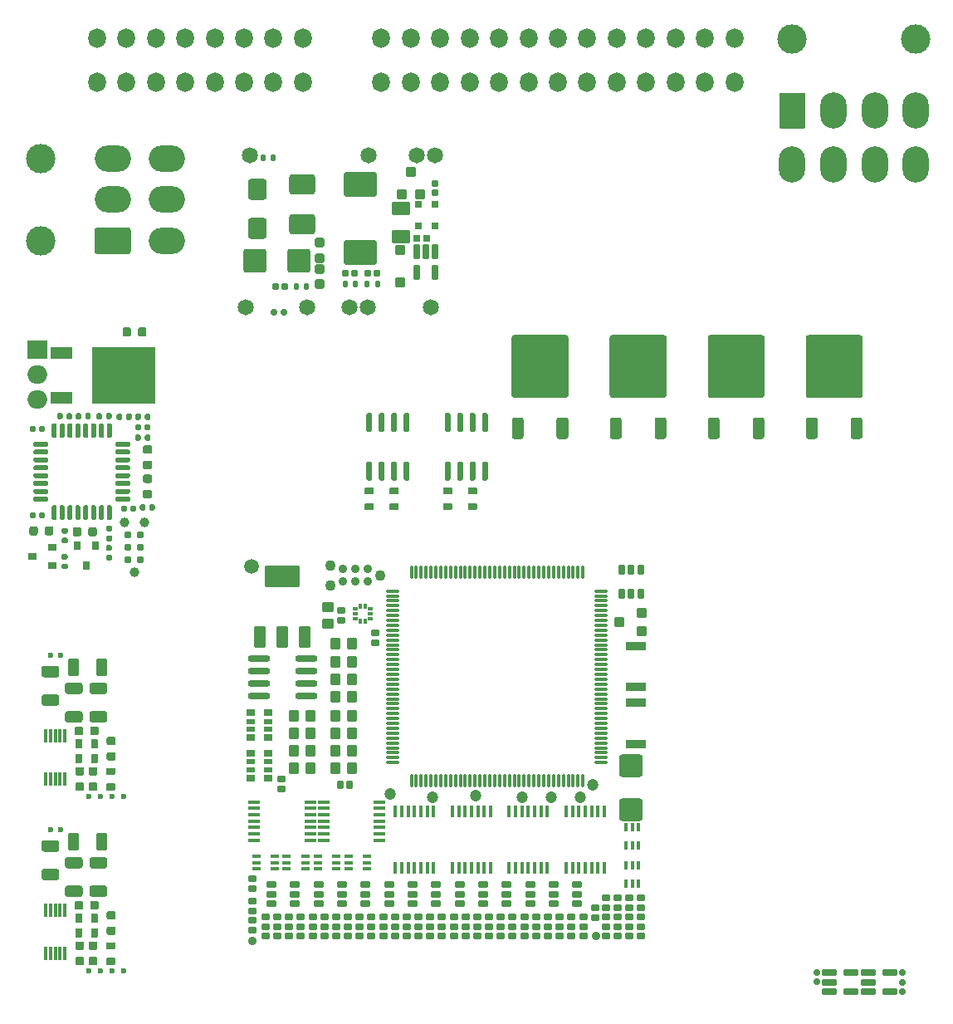
<source format=gts>
G75*
G70*
%OFA0B0*%
%FSLAX25Y25*%
%IPPOS*%
%LPD*%
%AMOC8*
5,1,8,0,0,1.08239X$1,22.5*
%
%AMM17*
21,1,0.039370,0.030320,0.000000,0.000000,90.000000*
21,1,0.028350,0.041340,0.000000,0.000000,90.000000*
1,1,0.011020,0.015160,0.014170*
1,1,0.011020,0.015160,-0.014170*
1,1,0.011020,-0.015160,-0.014170*
1,1,0.011020,-0.015160,0.014170*
%
%AMM177*
21,1,0.092130,0.073230,0.000000,-0.000000,180.000000*
21,1,0.069290,0.096060,0.000000,-0.000000,180.000000*
1,1,0.022840,-0.034650,0.036610*
1,1,0.022840,0.034650,0.036610*
1,1,0.022840,0.034650,-0.036610*
1,1,0.022840,-0.034650,-0.036610*
%
%AMM178*
21,1,0.100000,0.111020,0.000000,-0.000000,270.000000*
21,1,0.075590,0.135430,0.000000,-0.000000,270.000000*
1,1,0.024410,-0.055510,-0.037800*
1,1,0.024410,-0.055510,0.037800*
1,1,0.024410,0.055510,0.037800*
1,1,0.024410,0.055510,-0.037800*
%
%AMM179*
21,1,0.080320,0.083460,0.000000,-0.000000,270.000000*
21,1,0.059840,0.103940,0.000000,-0.000000,270.000000*
1,1,0.020470,-0.041730,-0.029920*
1,1,0.020470,-0.041730,0.029920*
1,1,0.020470,0.041730,0.029920*
1,1,0.020470,0.041730,-0.029920*
%
%AMM18*
21,1,0.047240,0.075980,0.000000,0.000000,0.000000*
21,1,0.034650,0.088580,0.000000,0.000000,0.000000*
1,1,0.012600,0.017320,-0.037990*
1,1,0.012600,-0.017320,-0.037990*
1,1,0.012600,-0.017320,0.037990*
1,1,0.012600,0.017320,0.037990*
%
%AMM180*
21,1,0.084250,0.053540,0.000000,-0.000000,90.000000*
21,1,0.065350,0.072440,0.000000,-0.000000,90.000000*
1,1,0.018900,0.026770,0.032680*
1,1,0.018900,0.026770,-0.032680*
1,1,0.018900,-0.026770,-0.032680*
1,1,0.018900,-0.026770,0.032680*
%
%AMM181*
21,1,0.040950,0.030320,0.000000,-0.000000,0.000000*
21,1,0.028350,0.042910,0.000000,-0.000000,0.000000*
1,1,0.012600,0.014170,-0.015160*
1,1,0.012600,-0.014170,-0.015160*
1,1,0.012600,-0.014170,0.015160*
1,1,0.012600,0.014170,0.015160*
%
%AMM182*
21,1,0.027170,0.052760,0.000000,-0.000000,180.000000*
21,1,0.017320,0.062600,0.000000,-0.000000,180.000000*
1,1,0.009840,-0.008660,0.026380*
1,1,0.009840,0.008660,0.026380*
1,1,0.009840,0.008660,-0.026380*
1,1,0.009840,-0.008660,-0.026380*
%
%AMM183*
21,1,0.041340,0.026770,0.000000,-0.000000,270.000000*
21,1,0.029130,0.038980,0.000000,-0.000000,270.000000*
1,1,0.012210,-0.013390,-0.014570*
1,1,0.012210,-0.013390,0.014570*
1,1,0.012210,0.013390,0.014570*
1,1,0.012210,0.013390,-0.014570*
%
%AMM184*
21,1,0.076380,0.036220,0.000000,-0.000000,0.000000*
21,1,0.061810,0.050790,0.000000,-0.000000,0.000000*
1,1,0.014570,0.030910,-0.018110*
1,1,0.014570,-0.030910,-0.018110*
1,1,0.014570,-0.030910,0.018110*
1,1,0.014570,0.030910,0.018110*
%
%AMM185*
21,1,0.038980,0.026770,0.000000,-0.000000,270.000000*
21,1,0.026770,0.038980,0.000000,-0.000000,270.000000*
1,1,0.012210,-0.013390,-0.013390*
1,1,0.012210,-0.013390,0.013390*
1,1,0.012210,0.013390,0.013390*
1,1,0.012210,0.013390,-0.013390*
%
%AMM186*
21,1,0.021260,0.016540,0.000000,-0.000000,180.000000*
21,1,0.012600,0.025200,0.000000,-0.000000,180.000000*
1,1,0.008660,-0.006300,0.008270*
1,1,0.008660,0.006300,0.008270*
1,1,0.008660,0.006300,-0.008270*
1,1,0.008660,-0.006300,-0.008270*
%
%AMM187*
21,1,0.029130,0.018900,0.000000,-0.000000,0.000000*
21,1,0.018900,0.029130,0.000000,-0.000000,0.000000*
1,1,0.010240,0.009450,-0.009450*
1,1,0.010240,-0.009450,-0.009450*
1,1,0.010240,-0.009450,0.009450*
1,1,0.010240,0.009450,0.009450*
%
%AMM188*
21,1,0.025200,0.019680,0.000000,-0.000000,270.000000*
21,1,0.015750,0.029130,0.000000,-0.000000,270.000000*
1,1,0.009450,-0.009840,-0.007870*
1,1,0.009450,-0.009840,0.007870*
1,1,0.009450,0.009840,0.007870*
1,1,0.009450,0.009840,-0.007870*
%
%AMM189*
21,1,0.025200,0.019680,0.000000,-0.000000,180.000000*
21,1,0.015750,0.029130,0.000000,-0.000000,180.000000*
1,1,0.009450,-0.007870,0.009840*
1,1,0.009450,0.007870,0.009840*
1,1,0.009450,0.007870,-0.009840*
1,1,0.009450,-0.007870,-0.009840*
%
%AMM19*
21,1,0.047240,0.075990,0.000000,0.000000,0.000000*
21,1,0.034650,0.088580,0.000000,0.000000,0.000000*
1,1,0.012600,0.017320,-0.037990*
1,1,0.012600,-0.017320,-0.037990*
1,1,0.012600,-0.017320,0.037990*
1,1,0.012600,0.017320,0.037990*
%
%AMM20*
21,1,0.141730,0.067720,0.000000,0.000000,0.000000*
21,1,0.120870,0.088580,0.000000,0.000000,0.000000*
1,1,0.020870,0.060430,-0.033860*
1,1,0.020870,-0.060430,-0.033860*
1,1,0.020870,-0.060430,0.033860*
1,1,0.020870,0.060430,0.033860*
%
%AMM21*
21,1,0.043310,0.035430,0.000000,0.000000,0.000000*
21,1,0.031500,0.047240,0.000000,0.000000,0.000000*
1,1,0.011810,0.015750,-0.017720*
1,1,0.011810,-0.015750,-0.017720*
1,1,0.011810,-0.015750,0.017720*
1,1,0.011810,0.015750,0.017720*
%
%AMM22*
21,1,0.027560,0.030710,0.000000,0.000000,180.000000*
21,1,0.018900,0.039370,0.000000,0.000000,180.000000*
1,1,0.008660,-0.009450,0.015350*
1,1,0.008660,0.009450,0.015350*
1,1,0.008660,0.009450,-0.015350*
1,1,0.008660,-0.009450,-0.015350*
%
%AMM23*
21,1,0.031500,0.018900,0.000000,0.000000,180.000000*
21,1,0.022840,0.027560,0.000000,0.000000,180.000000*
1,1,0.008660,-0.011420,0.009450*
1,1,0.008660,0.011420,0.009450*
1,1,0.008660,0.011420,-0.009450*
1,1,0.008660,-0.011420,-0.009450*
%
%AMM24*
21,1,0.027560,0.030710,0.000000,0.000000,270.000000*
21,1,0.018900,0.039370,0.000000,0.000000,270.000000*
1,1,0.008660,-0.015350,-0.009450*
1,1,0.008660,-0.015350,0.009450*
1,1,0.008660,0.015350,0.009450*
1,1,0.008660,0.015350,-0.009450*
%
%AMM25*
21,1,0.090550,0.073230,0.000000,0.000000,90.000000*
21,1,0.069290,0.094490,0.000000,0.000000,90.000000*
1,1,0.021260,0.036610,0.034650*
1,1,0.021260,0.036610,-0.034650*
1,1,0.021260,-0.036610,-0.034650*
1,1,0.021260,-0.036610,0.034650*
%
%AMM26*
21,1,0.029530,0.026380,0.000000,0.000000,90.000000*
21,1,0.020470,0.035430,0.000000,0.000000,90.000000*
1,1,0.009060,0.013190,0.010240*
1,1,0.009060,0.013190,-0.010240*
1,1,0.009060,-0.013190,-0.010240*
1,1,0.009060,-0.013190,0.010240*
%
%AMM27*
21,1,0.021650,0.027950,0.000000,0.000000,90.000000*
21,1,0.014170,0.035430,0.000000,0.000000,90.000000*
1,1,0.007480,0.013980,0.007090*
1,1,0.007480,0.013980,-0.007090*
1,1,0.007480,-0.013980,-0.007090*
1,1,0.007480,-0.013980,0.007090*
%
%AMM28*
21,1,0.035430,0.072440,0.000000,0.000000,90.000000*
21,1,0.025200,0.082680,0.000000,0.000000,90.000000*
1,1,0.010240,0.036220,0.012600*
1,1,0.010240,0.036220,-0.012600*
1,1,0.010240,-0.036220,-0.012600*
1,1,0.010240,-0.036220,0.012600*
%
%AMM29*
21,1,0.016540,0.028980,0.000000,0.000000,90.000000*
21,1,0.010080,0.035430,0.000000,0.000000,90.000000*
1,1,0.006460,0.014490,0.005040*
1,1,0.006460,0.014490,-0.005040*
1,1,0.006460,-0.014490,-0.005040*
1,1,0.006460,-0.014490,0.005040*
%
%AMM30*
21,1,0.016540,0.028980,0.000000,0.000000,180.000000*
21,1,0.010080,0.035430,0.000000,0.000000,180.000000*
1,1,0.006460,-0.005040,0.014490*
1,1,0.006460,0.005040,0.014490*
1,1,0.006460,0.005040,-0.014490*
1,1,0.006460,-0.005040,-0.014490*
%
%AMM31*
21,1,0.043310,0.035430,0.000000,0.000000,270.000000*
21,1,0.031500,0.047240,0.000000,0.000000,270.000000*
1,1,0.011810,-0.017720,-0.015750*
1,1,0.011810,-0.017720,0.015750*
1,1,0.011810,0.017720,0.015750*
1,1,0.011810,0.017720,-0.015750*
%
%AMM32*
21,1,0.031500,0.018900,0.000000,0.000000,90.000000*
21,1,0.022840,0.027560,0.000000,0.000000,90.000000*
1,1,0.008660,0.009450,0.011420*
1,1,0.008660,0.009450,-0.011420*
1,1,0.008660,-0.009450,-0.011420*
1,1,0.008660,-0.009450,0.011420*
%
%AMM58*
21,1,0.027170,0.052760,0.000000,0.000000,270.000000*
21,1,0.017320,0.062600,0.000000,0.000000,270.000000*
1,1,0.009840,-0.026380,-0.008660*
1,1,0.009840,-0.026380,0.008660*
1,1,0.009840,0.026380,0.008660*
1,1,0.009840,0.026380,-0.008660*
%
%ADD100C,0.03900*%
%ADD103O,0.01260X0.05512*%
%ADD104O,0.05512X0.01260*%
%ADD105M17*%
%ADD106M18*%
%ADD107M19*%
%ADD108M20*%
%ADD109M21*%
%ADD11C,0.11811*%
%ADD110M22*%
%ADD111C,0.03494*%
%ADD112M23*%
%ADD113M24*%
%ADD114M25*%
%ADD115C,0.03543*%
%ADD116M26*%
%ADD117M27*%
%ADD118M28*%
%ADD119O,0.01575X0.04724*%
%ADD120O,0.04724X0.01575*%
%ADD121M29*%
%ADD122O,0.09055X0.02756*%
%ADD123M30*%
%ADD124R,0.01870X0.01772*%
%ADD125R,0.01772X0.01870*%
%ADD126M31*%
%ADD127M32*%
%ADD128C,0.04294*%
%ADD129C,0.04724*%
%ADD171M58*%
%ADD172C,0.02913*%
%ADD181R,0.03543X0.03150*%
%ADD183C,0.05118*%
%ADD185R,0.03150X0.03543*%
%ADD19C,0.02362*%
%ADD226C,0.06457*%
%ADD237R,0.01181X0.05512*%
%ADD238R,0.08661X0.04724*%
%ADD239R,0.25197X0.22835*%
%ADD240R,0.07874X0.07500*%
%ADD241O,0.07874X0.07500*%
%ADD31O,0.10630X0.14567*%
%ADD333M177*%
%ADD334M178*%
%ADD335M179*%
%ADD336M180*%
%ADD337M181*%
%ADD338M182*%
%ADD339M183*%
%ADD340M184*%
%ADD341M185*%
%ADD342M186*%
%ADD343M187*%
%ADD344M188*%
%ADD345M189*%
%ADD37C,0.05906*%
%ADD47O,0.07087X0.07874*%
%ADD48O,0.14567X0.10630*%
%ADD97C,0.03100*%
X0000000Y0000000D02*
%LPD*%
G01*
D11*
X0310929Y0386094D03*
X0360535Y0386094D03*
G36*
G01*
X0305614Y0351055D02*
X0305614Y0363654D01*
G75*
G02*
X0306598Y0364638I0000984J0000000D01*
G01*
X0315260Y0364638D01*
G75*
G02*
X0316244Y0363654I0000000J-000984D01*
G01*
X0316244Y0351055D01*
G75*
G02*
X0315260Y0350071I-000984J0000000D01*
G01*
X0306598Y0350071D01*
G75*
G02*
X0305614Y0351055I0000000J0000984D01*
G01*
G37*
D31*
X0327465Y0357354D03*
X0344000Y0357354D03*
X0360535Y0357354D03*
X0310929Y0335701D03*
X0327465Y0335701D03*
X0344000Y0335701D03*
X0360535Y0335701D03*
D19*
X0033053Y0082024D03*
X0028329Y0082024D03*
X0037778Y0082024D03*
X0042502Y0082024D03*
X0017069Y0138815D03*
X0013132Y0138815D03*
G36*
G01*
X0152539Y0197087D02*
X0149469Y0197087D01*
G75*
G02*
X0149193Y0197362I0000000J0000276D01*
G01*
X0149193Y0199567D01*
G75*
G02*
X0149469Y0199843I0000276J0000000D01*
G01*
X0152539Y0199843D01*
G75*
G02*
X0152815Y0199567I0000000J-000276D01*
G01*
X0152815Y0197362D01*
G75*
G02*
X0152539Y0197087I-000276J0000000D01*
G01*
G37*
G36*
G01*
X0152539Y0203386D02*
X0149469Y0203386D01*
G75*
G02*
X0149193Y0203661I0000000J0000276D01*
G01*
X0149193Y0205866D01*
G75*
G02*
X0149469Y0206142I0000276J0000000D01*
G01*
X0152539Y0206142D01*
G75*
G02*
X0152815Y0205866I0000000J-000276D01*
G01*
X0152815Y0203661D01*
G75*
G02*
X0152539Y0203386I-000276J0000000D01*
G01*
G37*
G36*
G01*
X0241398Y0225591D02*
X0238642Y0225591D01*
G75*
G02*
X0237657Y0226575I0000000J0000984D01*
G01*
X0237657Y0233268D01*
G75*
G02*
X0238642Y0234252I0000984J0000000D01*
G01*
X0241398Y0234252D01*
G75*
G02*
X0242382Y0233268I0000000J-000984D01*
G01*
X0242382Y0226575D01*
G75*
G02*
X0241398Y0225591I-000984J0000000D01*
G01*
G37*
G36*
G01*
X0259429Y0242126D02*
X0238563Y0242126D01*
G75*
G02*
X0237579Y0243110I0000000J0000984D01*
G01*
X0237579Y0266339D01*
G75*
G02*
X0238563Y0267323I0000984J0000000D01*
G01*
X0259429Y0267323D01*
G75*
G02*
X0260413Y0266339I0000000J-000984D01*
G01*
X0260413Y0243110D01*
G75*
G02*
X0259429Y0242126I-000984J0000000D01*
G01*
G37*
G36*
G01*
X0259350Y0225591D02*
X0256594Y0225591D01*
G75*
G02*
X0255610Y0226575I0000000J0000984D01*
G01*
X0255610Y0233268D01*
G75*
G02*
X0256594Y0234252I0000984J0000000D01*
G01*
X0259350Y0234252D01*
G75*
G02*
X0260335Y0233268I0000000J-000984D01*
G01*
X0260335Y0226575D01*
G75*
G02*
X0259350Y0225591I-000984J0000000D01*
G01*
G37*
G36*
G01*
X0202028Y0225591D02*
X0199272Y0225591D01*
G75*
G02*
X0198287Y0226575I0000000J0000984D01*
G01*
X0198287Y0233268D01*
G75*
G02*
X0199272Y0234252I0000984J0000000D01*
G01*
X0202028Y0234252D01*
G75*
G02*
X0203012Y0233268I0000000J-000984D01*
G01*
X0203012Y0226575D01*
G75*
G02*
X0202028Y0225591I-000984J0000000D01*
G01*
G37*
G36*
G01*
X0220059Y0242126D02*
X0199193Y0242126D01*
G75*
G02*
X0198209Y0243110I0000000J0000984D01*
G01*
X0198209Y0266339D01*
G75*
G02*
X0199193Y0267323I0000984J0000000D01*
G01*
X0220059Y0267323D01*
G75*
G02*
X0221043Y0266339I0000000J-000984D01*
G01*
X0221043Y0243110D01*
G75*
G02*
X0220059Y0242126I-000984J0000000D01*
G01*
G37*
G36*
G01*
X0219980Y0225591D02*
X0217224Y0225591D01*
G75*
G02*
X0216240Y0226575I0000000J0000984D01*
G01*
X0216240Y0233268D01*
G75*
G02*
X0217224Y0234252I0000984J0000000D01*
G01*
X0219980Y0234252D01*
G75*
G02*
X0220965Y0233268I0000000J-000984D01*
G01*
X0220965Y0226575D01*
G75*
G02*
X0219980Y0225591I-000984J0000000D01*
G01*
G37*
D37*
X0165669Y0278339D03*
X0140472Y0278339D03*
X0132992Y0278339D03*
X0116063Y0278339D03*
D19*
X0106614Y0276567D03*
X0102677Y0276567D03*
D37*
X0091457Y0278339D03*
X0167441Y0339362D03*
X0160157Y0339362D03*
X0140669Y0339362D03*
X0093228Y0339362D03*
G36*
G01*
X0184035Y0197087D02*
X0180965Y0197087D01*
G75*
G02*
X0180689Y0197362I0000000J0000276D01*
G01*
X0180689Y0199567D01*
G75*
G02*
X0180965Y0199843I0000276J0000000D01*
G01*
X0184035Y0199843D01*
G75*
G02*
X0184311Y0199567I0000000J-000276D01*
G01*
X0184311Y0197362D01*
G75*
G02*
X0184035Y0197087I-000276J0000000D01*
G01*
G37*
G36*
G01*
X0184035Y0203386D02*
X0180965Y0203386D01*
G75*
G02*
X0180689Y0203661I0000000J0000276D01*
G01*
X0180689Y0205866D01*
G75*
G02*
X0180965Y0206142I0000276J0000000D01*
G01*
X0184035Y0206142D01*
G75*
G02*
X0184311Y0205866I0000000J-000276D01*
G01*
X0184311Y0203661D01*
G75*
G02*
X0184035Y0203386I-000276J0000000D01*
G01*
G37*
D19*
X0033053Y0012024D03*
X0028329Y0012024D03*
X0037778Y0012024D03*
X0042502Y0012024D03*
X0017069Y0068815D03*
X0013132Y0068815D03*
D47*
X0031717Y0368701D03*
X0043528Y0368701D03*
X0055339Y0368701D03*
X0067150Y0368701D03*
X0078961Y0368701D03*
X0090772Y0368701D03*
X0102583Y0368701D03*
X0114394Y0368701D03*
X0145890Y0368701D03*
X0157701Y0368701D03*
X0169512Y0368701D03*
X0181323Y0368701D03*
X0193134Y0368701D03*
X0204945Y0368701D03*
X0216756Y0368701D03*
X0228567Y0368701D03*
X0240378Y0368701D03*
X0252189Y0368701D03*
X0264000Y0368701D03*
X0275811Y0368701D03*
X0287622Y0368701D03*
X0287622Y0386417D03*
X0275811Y0386417D03*
X0264000Y0386417D03*
X0252189Y0386417D03*
X0240378Y0386417D03*
X0228567Y0386417D03*
X0216756Y0386417D03*
X0204945Y0386417D03*
X0193134Y0386417D03*
X0181323Y0386417D03*
X0169512Y0386417D03*
X0157701Y0386417D03*
X0145890Y0386417D03*
X0114394Y0386417D03*
X0102583Y0386417D03*
X0090772Y0386417D03*
X0078961Y0386417D03*
X0067150Y0386417D03*
X0055339Y0386417D03*
X0043528Y0386417D03*
X0031717Y0386417D03*
D11*
X0009260Y0305165D03*
X0009260Y0338236D03*
G36*
G01*
X0044299Y0299850D02*
X0031701Y0299850D01*
G75*
G02*
X0030717Y0300835I0000000J0000984D01*
G01*
X0030717Y0309496D01*
G75*
G02*
X0031701Y0310480I0000984J0000000D01*
G01*
X0044299Y0310480D01*
G75*
G02*
X0045283Y0309496I0000000J-000984D01*
G01*
X0045283Y0300835D01*
G75*
G02*
X0044299Y0299850I-000984J0000000D01*
G01*
G37*
D48*
X0038000Y0321701D03*
X0038000Y0338236D03*
X0059654Y0305165D03*
X0059654Y0321701D03*
X0059654Y0338236D03*
G36*
G01*
X0173091Y0208925D02*
X0171909Y0208925D01*
G75*
G02*
X0171319Y0209516I0000000J0000591D01*
G01*
X0171319Y0216012D01*
G75*
G02*
X0171909Y0216602I0000591J0000000D01*
G01*
X0173091Y0216602D01*
G75*
G02*
X0173681Y0216012I0000000J-000591D01*
G01*
X0173681Y0209516D01*
G75*
G02*
X0173091Y0208925I-000591J0000000D01*
G01*
G37*
G36*
G01*
X0178091Y0208925D02*
X0176909Y0208925D01*
G75*
G02*
X0176319Y0209516I0000000J0000591D01*
G01*
X0176319Y0216012D01*
G75*
G02*
X0176909Y0216602I0000591J0000000D01*
G01*
X0178091Y0216602D01*
G75*
G02*
X0178681Y0216012I0000000J-000591D01*
G01*
X0178681Y0209516D01*
G75*
G02*
X0178091Y0208925I-000591J0000000D01*
G01*
G37*
G36*
G01*
X0183091Y0208925D02*
X0181909Y0208925D01*
G75*
G02*
X0181319Y0209516I0000000J0000591D01*
G01*
X0181319Y0216012D01*
G75*
G02*
X0181909Y0216602I0000591J0000000D01*
G01*
X0183091Y0216602D01*
G75*
G02*
X0183681Y0216012I0000000J-000591D01*
G01*
X0183681Y0209516D01*
G75*
G02*
X0183091Y0208925I-000591J0000000D01*
G01*
G37*
G36*
G01*
X0188091Y0208925D02*
X0186909Y0208925D01*
G75*
G02*
X0186319Y0209516I0000000J0000591D01*
G01*
X0186319Y0216012D01*
G75*
G02*
X0186909Y0216602I0000591J0000000D01*
G01*
X0188091Y0216602D01*
G75*
G02*
X0188681Y0216012I0000000J-000591D01*
G01*
X0188681Y0209516D01*
G75*
G02*
X0188091Y0208925I-000591J0000000D01*
G01*
G37*
G36*
G01*
X0188091Y0228413D02*
X0186909Y0228413D01*
G75*
G02*
X0186319Y0229004I0000000J0000591D01*
G01*
X0186319Y0235500D01*
G75*
G02*
X0186909Y0236091I0000591J0000000D01*
G01*
X0188091Y0236091D01*
G75*
G02*
X0188681Y0235500I0000000J-000591D01*
G01*
X0188681Y0229004D01*
G75*
G02*
X0188091Y0228413I-000591J0000000D01*
G01*
G37*
G36*
G01*
X0183091Y0228413D02*
X0181909Y0228413D01*
G75*
G02*
X0181319Y0229004I0000000J0000591D01*
G01*
X0181319Y0235500D01*
G75*
G02*
X0181909Y0236091I0000591J0000000D01*
G01*
X0183091Y0236091D01*
G75*
G02*
X0183681Y0235500I0000000J-000591D01*
G01*
X0183681Y0229004D01*
G75*
G02*
X0183091Y0228413I-000591J0000000D01*
G01*
G37*
G36*
G01*
X0178091Y0228413D02*
X0176909Y0228413D01*
G75*
G02*
X0176319Y0229004I0000000J0000591D01*
G01*
X0176319Y0235500D01*
G75*
G02*
X0176909Y0236091I0000591J0000000D01*
G01*
X0178091Y0236091D01*
G75*
G02*
X0178681Y0235500I0000000J-000591D01*
G01*
X0178681Y0229004D01*
G75*
G02*
X0178091Y0228413I-000591J0000000D01*
G01*
G37*
G36*
G01*
X0173091Y0228413D02*
X0171909Y0228413D01*
G75*
G02*
X0171319Y0229004I0000000J0000591D01*
G01*
X0171319Y0235500D01*
G75*
G02*
X0171909Y0236091I0000591J0000000D01*
G01*
X0173091Y0236091D01*
G75*
G02*
X0173681Y0235500I0000000J-000591D01*
G01*
X0173681Y0229004D01*
G75*
G02*
X0173091Y0228413I-000591J0000000D01*
G01*
G37*
D19*
X0355126Y0011339D03*
X0355126Y0007598D03*
X0355126Y0003858D03*
X0320874Y0007795D03*
X0320874Y0011339D03*
G36*
G01*
X0280768Y0225591D02*
X0278012Y0225591D01*
G75*
G02*
X0277028Y0226575I0000000J0000984D01*
G01*
X0277028Y0233268D01*
G75*
G02*
X0278012Y0234252I0000984J0000000D01*
G01*
X0280768Y0234252D01*
G75*
G02*
X0281752Y0233268I0000000J-000984D01*
G01*
X0281752Y0226575D01*
G75*
G02*
X0280768Y0225591I-000984J0000000D01*
G01*
G37*
G36*
G01*
X0298799Y0242126D02*
X0277933Y0242126D01*
G75*
G02*
X0276949Y0243110I0000000J0000984D01*
G01*
X0276949Y0266339D01*
G75*
G02*
X0277933Y0267323I0000984J0000000D01*
G01*
X0298799Y0267323D01*
G75*
G02*
X0299783Y0266339I0000000J-000984D01*
G01*
X0299783Y0243110D01*
G75*
G02*
X0298799Y0242126I-000984J0000000D01*
G01*
G37*
G36*
G01*
X0298720Y0225591D02*
X0295965Y0225591D01*
G75*
G02*
X0294980Y0226575I0000000J0000984D01*
G01*
X0294980Y0233268D01*
G75*
G02*
X0295965Y0234252I0000984J0000000D01*
G01*
X0298720Y0234252D01*
G75*
G02*
X0299705Y0233268I0000000J-000984D01*
G01*
X0299705Y0226575D01*
G75*
G02*
X0298720Y0225591I-000984J0000000D01*
G01*
G37*
G36*
G01*
X0141594Y0208925D02*
X0140413Y0208925D01*
G75*
G02*
X0139823Y0209516I0000000J0000591D01*
G01*
X0139823Y0216012D01*
G75*
G02*
X0140413Y0216602I0000591J0000000D01*
G01*
X0141594Y0216602D01*
G75*
G02*
X0142185Y0216012I0000000J-000591D01*
G01*
X0142185Y0209516D01*
G75*
G02*
X0141594Y0208925I-000591J0000000D01*
G01*
G37*
G36*
G01*
X0146594Y0208925D02*
X0145413Y0208925D01*
G75*
G02*
X0144823Y0209516I0000000J0000591D01*
G01*
X0144823Y0216012D01*
G75*
G02*
X0145413Y0216602I0000591J0000000D01*
G01*
X0146594Y0216602D01*
G75*
G02*
X0147185Y0216012I0000000J-000591D01*
G01*
X0147185Y0209516D01*
G75*
G02*
X0146594Y0208925I-000591J0000000D01*
G01*
G37*
G36*
G01*
X0151594Y0208925D02*
X0150413Y0208925D01*
G75*
G02*
X0149823Y0209516I0000000J0000591D01*
G01*
X0149823Y0216012D01*
G75*
G02*
X0150413Y0216602I0000591J0000000D01*
G01*
X0151594Y0216602D01*
G75*
G02*
X0152185Y0216012I0000000J-000591D01*
G01*
X0152185Y0209516D01*
G75*
G02*
X0151594Y0208925I-000591J0000000D01*
G01*
G37*
G36*
G01*
X0156594Y0208925D02*
X0155413Y0208925D01*
G75*
G02*
X0154823Y0209516I0000000J0000591D01*
G01*
X0154823Y0216012D01*
G75*
G02*
X0155413Y0216602I0000591J0000000D01*
G01*
X0156594Y0216602D01*
G75*
G02*
X0157185Y0216012I0000000J-000591D01*
G01*
X0157185Y0209516D01*
G75*
G02*
X0156594Y0208925I-000591J0000000D01*
G01*
G37*
G36*
G01*
X0156594Y0228413D02*
X0155413Y0228413D01*
G75*
G02*
X0154823Y0229004I0000000J0000591D01*
G01*
X0154823Y0235500D01*
G75*
G02*
X0155413Y0236091I0000591J0000000D01*
G01*
X0156594Y0236091D01*
G75*
G02*
X0157185Y0235500I0000000J-000591D01*
G01*
X0157185Y0229004D01*
G75*
G02*
X0156594Y0228413I-000591J0000000D01*
G01*
G37*
G36*
G01*
X0151594Y0228413D02*
X0150413Y0228413D01*
G75*
G02*
X0149823Y0229004I0000000J0000591D01*
G01*
X0149823Y0235500D01*
G75*
G02*
X0150413Y0236091I0000591J0000000D01*
G01*
X0151594Y0236091D01*
G75*
G02*
X0152185Y0235500I0000000J-000591D01*
G01*
X0152185Y0229004D01*
G75*
G02*
X0151594Y0228413I-000591J0000000D01*
G01*
G37*
G36*
G01*
X0146594Y0228413D02*
X0145413Y0228413D01*
G75*
G02*
X0144823Y0229004I0000000J0000591D01*
G01*
X0144823Y0235500D01*
G75*
G02*
X0145413Y0236091I0000591J0000000D01*
G01*
X0146594Y0236091D01*
G75*
G02*
X0147185Y0235500I0000000J-000591D01*
G01*
X0147185Y0229004D01*
G75*
G02*
X0146594Y0228413I-000591J0000000D01*
G01*
G37*
G36*
G01*
X0141594Y0228413D02*
X0140413Y0228413D01*
G75*
G02*
X0139823Y0229004I0000000J0000591D01*
G01*
X0139823Y0235500D01*
G75*
G02*
X0140413Y0236091I0000591J0000000D01*
G01*
X0141594Y0236091D01*
G75*
G02*
X0142185Y0235500I0000000J-000591D01*
G01*
X0142185Y0229004D01*
G75*
G02*
X0141594Y0228413I-000591J0000000D01*
G01*
G37*
G36*
G01*
X0142539Y0197087D02*
X0139469Y0197087D01*
G75*
G02*
X0139193Y0197362I0000000J0000276D01*
G01*
X0139193Y0199567D01*
G75*
G02*
X0139469Y0199843I0000276J0000000D01*
G01*
X0142539Y0199843D01*
G75*
G02*
X0142815Y0199567I0000000J-000276D01*
G01*
X0142815Y0197362D01*
G75*
G02*
X0142539Y0197087I-000276J0000000D01*
G01*
G37*
G36*
G01*
X0142539Y0203386D02*
X0139469Y0203386D01*
G75*
G02*
X0139193Y0203661I0000000J0000276D01*
G01*
X0139193Y0205866D01*
G75*
G02*
X0139469Y0206142I0000276J0000000D01*
G01*
X0142539Y0206142D01*
G75*
G02*
X0142815Y0205866I0000000J-000276D01*
G01*
X0142815Y0203661D01*
G75*
G02*
X0142539Y0203386I-000276J0000000D01*
G01*
G37*
G36*
G01*
X0174035Y0197087D02*
X0170965Y0197087D01*
G75*
G02*
X0170689Y0197362I0000000J0000276D01*
G01*
X0170689Y0199567D01*
G75*
G02*
X0170965Y0199843I0000276J0000000D01*
G01*
X0174035Y0199843D01*
G75*
G02*
X0174311Y0199567I0000000J-000276D01*
G01*
X0174311Y0197362D01*
G75*
G02*
X0174035Y0197087I-000276J0000000D01*
G01*
G37*
G36*
G01*
X0174035Y0203386D02*
X0170965Y0203386D01*
G75*
G02*
X0170689Y0203661I0000000J0000276D01*
G01*
X0170689Y0205866D01*
G75*
G02*
X0170965Y0206142I0000276J0000000D01*
G01*
X0174035Y0206142D01*
G75*
G02*
X0174311Y0205866I0000000J-000276D01*
G01*
X0174311Y0203661D01*
G75*
G02*
X0174035Y0203386I-000276J0000000D01*
G01*
G37*
G36*
G01*
X0320138Y0225591D02*
X0317382Y0225591D01*
G75*
G02*
X0316398Y0226575I0000000J0000984D01*
G01*
X0316398Y0233268D01*
G75*
G02*
X0317382Y0234252I0000984J0000000D01*
G01*
X0320138Y0234252D01*
G75*
G02*
X0321122Y0233268I0000000J-000984D01*
G01*
X0321122Y0226575D01*
G75*
G02*
X0320138Y0225591I-000984J0000000D01*
G01*
G37*
G36*
G01*
X0338169Y0242126D02*
X0317303Y0242126D01*
G75*
G02*
X0316319Y0243110I0000000J0000984D01*
G01*
X0316319Y0266339D01*
G75*
G02*
X0317303Y0267323I0000984J0000000D01*
G01*
X0338169Y0267323D01*
G75*
G02*
X0339154Y0266339I0000000J-000984D01*
G01*
X0339154Y0243110D01*
G75*
G02*
X0338169Y0242126I-000984J0000000D01*
G01*
G37*
G36*
G01*
X0338091Y0225591D02*
X0335335Y0225591D01*
G75*
G02*
X0334350Y0226575I0000000J0000984D01*
G01*
X0334350Y0233268D01*
G75*
G02*
X0335335Y0234252I0000984J0000000D01*
G01*
X0338091Y0234252D01*
G75*
G02*
X0339075Y0233268I0000000J-000984D01*
G01*
X0339075Y0226575D01*
G75*
G02*
X0338091Y0225591I-000984J0000000D01*
G01*
G37*
X0005888Y0140291D02*
%LPD*%
G01*
D19*
X0033053Y0082023D03*
X0028329Y0082023D03*
X0037778Y0082023D03*
X0042502Y0082023D03*
X0017069Y0138815D03*
X0013132Y0138815D03*
D237*
X0018880Y0106433D03*
X0016912Y0106433D03*
X0014943Y0106433D03*
X0012975Y0106433D03*
X0011006Y0106433D03*
X0011006Y0089110D03*
X0012975Y0089110D03*
X0014943Y0089110D03*
X0016912Y0089110D03*
X0018880Y0089110D03*
G36*
G01*
X0032069Y0098913D02*
X0032069Y0095842D01*
G75*
G02*
X0031794Y0095567I-000276J0000000D01*
G01*
X0029589Y0095567D01*
G75*
G02*
X0029313Y0095842I0000000J0000276D01*
G01*
X0029313Y0098913D01*
G75*
G02*
X0029589Y0099189I0000276J0000000D01*
G01*
X0031794Y0099189D01*
G75*
G02*
X0032069Y0098913I0000000J-000276D01*
G01*
G37*
G36*
G01*
X0025770Y0098913D02*
X0025770Y0095842D01*
G75*
G02*
X0025494Y0095567I-000276J0000000D01*
G01*
X0023290Y0095567D01*
G75*
G02*
X0023014Y0095842I0000000J0000276D01*
G01*
X0023014Y0098913D01*
G75*
G02*
X0023290Y0099189I0000276J0000000D01*
G01*
X0025494Y0099189D01*
G75*
G02*
X0025770Y0098913I0000000J-000276D01*
G01*
G37*
G36*
G01*
X0038723Y0084582D02*
X0035652Y0084582D01*
G75*
G02*
X0035376Y0084858I0000000J0000276D01*
G01*
X0035376Y0087063D01*
G75*
G02*
X0035652Y0087338I0000276J0000000D01*
G01*
X0038723Y0087338D01*
G75*
G02*
X0038998Y0087063I0000000J-000276D01*
G01*
X0038998Y0084858D01*
G75*
G02*
X0038723Y0084582I-000276J0000000D01*
G01*
G37*
G36*
G01*
X0038723Y0090882D02*
X0035652Y0090882D01*
G75*
G02*
X0035376Y0091157I0000000J0000276D01*
G01*
X0035376Y0093362D01*
G75*
G02*
X0035652Y0093637I0000276J0000000D01*
G01*
X0038723Y0093637D01*
G75*
G02*
X0038998Y0093362I0000000J-000276D01*
G01*
X0038998Y0091157D01*
G75*
G02*
X0038723Y0090882I-000276J0000000D01*
G01*
G37*
G36*
G01*
X0032069Y0104819D02*
X0032069Y0101748D01*
G75*
G02*
X0031794Y0101472I-000276J0000000D01*
G01*
X0029589Y0101472D01*
G75*
G02*
X0029313Y0101748I0000000J0000276D01*
G01*
X0029313Y0104819D01*
G75*
G02*
X0029589Y0105094I0000276J0000000D01*
G01*
X0031794Y0105094D01*
G75*
G02*
X0032069Y0104819I0000000J-000276D01*
G01*
G37*
G36*
G01*
X0025770Y0104819D02*
X0025770Y0101748D01*
G75*
G02*
X0025494Y0101472I-000276J0000000D01*
G01*
X0023290Y0101472D01*
G75*
G02*
X0023014Y0101748I0000000J0000276D01*
G01*
X0023014Y0104819D01*
G75*
G02*
X0023290Y0105094I0000276J0000000D01*
G01*
X0025494Y0105094D01*
G75*
G02*
X0025770Y0104819I0000000J-000276D01*
G01*
G37*
G36*
G01*
X0035809Y0115468D02*
X0035809Y0112752D01*
G75*
G02*
X0034904Y0111846I-000906J0000000D01*
G01*
X0029628Y0111846D01*
G75*
G02*
X0028723Y0112752I0000000J0000906D01*
G01*
X0028723Y0115468D01*
G75*
G02*
X0029628Y0116374I0000906J0000000D01*
G01*
X0034904Y0116374D01*
G75*
G02*
X0035809Y0115468I0000000J-000906D01*
G01*
G37*
G36*
G01*
X0035809Y0126886D02*
X0035809Y0124169D01*
G75*
G02*
X0034904Y0123263I-000906J0000000D01*
G01*
X0029628Y0123263D01*
G75*
G02*
X0028723Y0124169I0000000J0000906D01*
G01*
X0028723Y0126886D01*
G75*
G02*
X0029628Y0127791I0000906J0000000D01*
G01*
X0034904Y0127791D01*
G75*
G02*
X0035809Y0126886I0000000J-000906D01*
G01*
G37*
G36*
G01*
X0025967Y0115468D02*
X0025967Y0112752D01*
G75*
G02*
X0025061Y0111846I-000906J0000000D01*
G01*
X0019786Y0111846D01*
G75*
G02*
X0018880Y0112752I0000000J0000906D01*
G01*
X0018880Y0115468D01*
G75*
G02*
X0019786Y0116374I0000906J0000000D01*
G01*
X0025061Y0116374D01*
G75*
G02*
X0025967Y0115468I0000000J-000906D01*
G01*
G37*
G36*
G01*
X0025967Y0126886D02*
X0025967Y0124169D01*
G75*
G02*
X0025061Y0123263I-000906J0000000D01*
G01*
X0019786Y0123263D01*
G75*
G02*
X0018880Y0124169I0000000J0000906D01*
G01*
X0018880Y0126886D01*
G75*
G02*
X0019786Y0127791I0000906J0000000D01*
G01*
X0025061Y0127791D01*
G75*
G02*
X0025967Y0126886I0000000J-000906D01*
G01*
G37*
G36*
G01*
X0032286Y0137535D02*
X0035002Y0137535D01*
G75*
G02*
X0035908Y0136630I0000000J-000906D01*
G01*
X0035908Y0131354D01*
G75*
G02*
X0035002Y0130448I-000906J0000000D01*
G01*
X0032286Y0130448D01*
G75*
G02*
X0031380Y0131354I0000000J0000906D01*
G01*
X0031380Y0136630D01*
G75*
G02*
X0032286Y0137535I0000906J0000000D01*
G01*
G37*
G36*
G01*
X0020868Y0137535D02*
X0023585Y0137535D01*
G75*
G02*
X0024490Y0136630I0000000J-000906D01*
G01*
X0024490Y0131354D01*
G75*
G02*
X0023585Y0130448I-000906J0000000D01*
G01*
X0020868Y0130448D01*
G75*
G02*
X0019963Y0131354I0000000J0000906D01*
G01*
X0019963Y0136630D01*
G75*
G02*
X0020868Y0137535I0000906J0000000D01*
G01*
G37*
G36*
G01*
X0016518Y0122161D02*
X0016518Y0119445D01*
G75*
G02*
X0015612Y0118539I-000906J0000000D01*
G01*
X0010337Y0118539D01*
G75*
G02*
X0009431Y0119445I0000000J0000906D01*
G01*
X0009431Y0122161D01*
G75*
G02*
X0010337Y0123067I0000906J0000000D01*
G01*
X0015612Y0123067D01*
G75*
G02*
X0016518Y0122161I0000000J-000906D01*
G01*
G37*
G36*
G01*
X0016518Y0133578D02*
X0016518Y0130862D01*
G75*
G02*
X0015612Y0129956I-000906J0000000D01*
G01*
X0010337Y0129956D01*
G75*
G02*
X0009431Y0130862I0000000J0000906D01*
G01*
X0009431Y0133578D01*
G75*
G02*
X0010337Y0134484I0000906J0000000D01*
G01*
X0015612Y0134484D01*
G75*
G02*
X0016518Y0133578I0000000J-000906D01*
G01*
G37*
G36*
G01*
X0038393Y0096492D02*
X0036375Y0096492D01*
G75*
G02*
X0035514Y0097353I0000000J0000861D01*
G01*
X0035514Y0099075D01*
G75*
G02*
X0036375Y0099937I0000861J0000000D01*
G01*
X0038393Y0099937D01*
G75*
G02*
X0039254Y0099075I0000000J-000861D01*
G01*
X0039254Y0097353D01*
G75*
G02*
X0038393Y0096492I-000861J0000000D01*
G01*
G37*
G36*
G01*
X0038393Y0102693D02*
X0036375Y0102693D01*
G75*
G02*
X0035514Y0103554I0000000J0000861D01*
G01*
X0035514Y0105276D01*
G75*
G02*
X0036375Y0106137I0000861J0000000D01*
G01*
X0038393Y0106137D01*
G75*
G02*
X0039254Y0105276I0000000J-000861D01*
G01*
X0039254Y0103554D01*
G75*
G02*
X0038393Y0102693I-000861J0000000D01*
G01*
G37*
G36*
G01*
X0031431Y0090547D02*
X0028754Y0090547D01*
G75*
G02*
X0028419Y0090882I0000000J0000335D01*
G01*
X0028419Y0093559D01*
G75*
G02*
X0028754Y0093893I0000335J0000000D01*
G01*
X0031431Y0093893D01*
G75*
G02*
X0031766Y0093559I0000000J-000335D01*
G01*
X0031766Y0090882D01*
G75*
G02*
X0031431Y0090547I-000335J0000000D01*
G01*
G37*
G36*
G01*
X0031431Y0084326D02*
X0028754Y0084326D01*
G75*
G02*
X0028419Y0084661I0000000J0000335D01*
G01*
X0028419Y0087338D01*
G75*
G02*
X0028754Y0087673I0000335J0000000D01*
G01*
X0031431Y0087673D01*
G75*
G02*
X0031766Y0087338I0000000J-000335D01*
G01*
X0031766Y0084661D01*
G75*
G02*
X0031431Y0084326I-000335J0000000D01*
G01*
G37*
G36*
G01*
X0026124Y0084326D02*
X0023447Y0084326D01*
G75*
G02*
X0023112Y0084661I0000000J0000335D01*
G01*
X0023112Y0087338D01*
G75*
G02*
X0023447Y0087673I0000335J0000000D01*
G01*
X0026124Y0087673D01*
G75*
G02*
X0026459Y0087338I0000000J-000335D01*
G01*
X0026459Y0084661D01*
G75*
G02*
X0026124Y0084326I-000335J0000000D01*
G01*
G37*
G36*
G01*
X0026124Y0090547D02*
X0023447Y0090547D01*
G75*
G02*
X0023112Y0090882I0000000J0000335D01*
G01*
X0023112Y0093559D01*
G75*
G02*
X0023447Y0093893I0000335J0000000D01*
G01*
X0026124Y0093893D01*
G75*
G02*
X0026459Y0093559I0000000J-000335D01*
G01*
X0026459Y0090882D01*
G75*
G02*
X0026124Y0090547I-000335J0000000D01*
G01*
G37*
G36*
G01*
X0032325Y0109740D02*
X0032325Y0107063D01*
G75*
G02*
X0031990Y0106728I-000335J0000000D01*
G01*
X0029313Y0106728D01*
G75*
G02*
X0028979Y0107063I0000000J0000335D01*
G01*
X0028979Y0109740D01*
G75*
G02*
X0029313Y0110074I0000335J0000000D01*
G01*
X0031990Y0110074D01*
G75*
G02*
X0032325Y0109740I0000000J-000335D01*
G01*
G37*
G36*
G01*
X0026105Y0109740D02*
X0026105Y0107063D01*
G75*
G02*
X0025770Y0106728I-000335J0000000D01*
G01*
X0023093Y0106728D01*
G75*
G02*
X0022758Y0107063I0000000J0000335D01*
G01*
X0022758Y0109740D01*
G75*
G02*
X0023093Y0110074I0000335J0000000D01*
G01*
X0025770Y0110074D01*
G75*
G02*
X0026105Y0109740I0000000J-000335D01*
G01*
G37*
X0089543Y0020906D02*
G01*
G75*
D103*
X0157948Y0171989D02*
D03*
X0159917Y0171989D02*
D03*
X0161885Y0171989D02*
D03*
X0163854Y0171989D02*
D03*
X0165822Y0171989D02*
D03*
X0167791Y0171989D02*
D03*
X0169759Y0171989D02*
D03*
X0171728Y0171989D02*
D03*
X0173696Y0171989D02*
D03*
X0175665Y0171989D02*
D03*
X0177633Y0171989D02*
D03*
X0179602Y0171989D02*
D03*
X0181571Y0171989D02*
D03*
X0183539Y0171989D02*
D03*
X0185508Y0171989D02*
D03*
X0187476Y0171989D02*
D03*
X0189445Y0171989D02*
D03*
X0191413Y0171989D02*
D03*
X0193382Y0171989D02*
D03*
X0195350Y0171989D02*
D03*
X0197319Y0171989D02*
D03*
X0199287Y0171989D02*
D03*
X0201256Y0171989D02*
D03*
X0203224Y0171989D02*
D03*
X0205193Y0171989D02*
D03*
X0207161Y0171989D02*
D03*
X0209130Y0171989D02*
D03*
X0211098Y0171989D02*
D03*
X0213067Y0171989D02*
D03*
X0215035Y0171989D02*
D03*
X0217004Y0171989D02*
D03*
X0218972Y0171989D02*
D03*
X0220941Y0171989D02*
D03*
X0222909Y0171989D02*
D03*
X0224878Y0171989D02*
D03*
X0226846Y0171989D02*
D03*
X0226846Y0088327D02*
D03*
X0224878Y0088327D02*
D03*
X0222909Y0088327D02*
D03*
X0220941Y0088327D02*
D03*
X0218972Y0088327D02*
D03*
X0217004Y0088327D02*
D03*
X0215035Y0088327D02*
D03*
X0213067Y0088327D02*
D03*
X0211098Y0088327D02*
D03*
X0209130Y0088327D02*
D03*
X0207161Y0088327D02*
D03*
X0205193Y0088327D02*
D03*
X0203224Y0088327D02*
D03*
X0201256Y0088327D02*
D03*
X0199287Y0088327D02*
D03*
X0197319Y0088327D02*
D03*
X0195350Y0088327D02*
D03*
X0193382Y0088327D02*
D03*
X0191413Y0088327D02*
D03*
X0189445Y0088327D02*
D03*
X0187476Y0088327D02*
D03*
X0185508Y0088327D02*
D03*
X0183539Y0088327D02*
D03*
X0181571Y0088327D02*
D03*
X0179602Y0088327D02*
D03*
X0177633Y0088327D02*
D03*
X0175665Y0088327D02*
D03*
X0173696Y0088327D02*
D03*
X0171728Y0088327D02*
D03*
X0169759Y0088327D02*
D03*
X0167791Y0088327D02*
D03*
X0165822Y0088327D02*
D03*
X0163854Y0088327D02*
D03*
X0161885Y0088327D02*
D03*
X0159917Y0088327D02*
D03*
X0157948Y0088327D02*
D03*
D104*
X0234228Y0164607D02*
D03*
X0234228Y0162638D02*
D03*
X0234228Y0160670D02*
D03*
X0234228Y0158701D02*
D03*
X0234228Y0156733D02*
D03*
X0234228Y0154764D02*
D03*
X0234228Y0152796D02*
D03*
X0234228Y0150827D02*
D03*
X0234228Y0148859D02*
D03*
X0234228Y0146890D02*
D03*
X0234228Y0144922D02*
D03*
X0234228Y0142953D02*
D03*
X0234228Y0140985D02*
D03*
X0234228Y0139016D02*
D03*
X0234228Y0137048D02*
D03*
X0234228Y0135079D02*
D03*
X0234228Y0133111D02*
D03*
X0234228Y0131142D02*
D03*
X0234228Y0129174D02*
D03*
X0234228Y0127205D02*
D03*
X0234228Y0125237D02*
D03*
X0234228Y0123268D02*
D03*
X0234228Y0121300D02*
D03*
X0234228Y0119331D02*
D03*
X0234228Y0117363D02*
D03*
X0234228Y0115394D02*
D03*
X0234228Y0113426D02*
D03*
X0234228Y0111457D02*
D03*
X0234228Y0109489D02*
D03*
X0234228Y0107520D02*
D03*
X0234228Y0105552D02*
D03*
X0234228Y0103583D02*
D03*
X0234228Y0101615D02*
D03*
X0234228Y0099646D02*
D03*
X0234228Y0097678D02*
D03*
X0234228Y0095709D02*
D03*
X0150567Y0095709D02*
D03*
X0150567Y0097678D02*
D03*
X0150567Y0099646D02*
D03*
X0150567Y0101615D02*
D03*
X0150567Y0103583D02*
D03*
X0150567Y0105552D02*
D03*
X0150567Y0107520D02*
D03*
X0150567Y0109489D02*
D03*
X0150567Y0111457D02*
D03*
X0150567Y0113426D02*
D03*
X0150567Y0115394D02*
D03*
X0150567Y0117363D02*
D03*
X0150567Y0119331D02*
D03*
X0150567Y0121300D02*
D03*
X0150567Y0123268D02*
D03*
X0150567Y0125237D02*
D03*
X0150567Y0127205D02*
D03*
X0150567Y0129174D02*
D03*
X0150567Y0131142D02*
D03*
X0150567Y0133111D02*
D03*
X0150567Y0135079D02*
D03*
X0150567Y0137048D02*
D03*
X0150567Y0139016D02*
D03*
X0150567Y0140985D02*
D03*
X0150567Y0142953D02*
D03*
X0150567Y0144922D02*
D03*
X0150567Y0146890D02*
D03*
X0150567Y0148859D02*
D03*
X0150567Y0150827D02*
D03*
X0150567Y0152796D02*
D03*
X0150567Y0154764D02*
D03*
X0150567Y0156733D02*
D03*
X0150567Y0158701D02*
D03*
X0150567Y0160670D02*
D03*
X0150567Y0162638D02*
D03*
X0150567Y0164607D02*
D03*
D105*
X0250573Y0148418D02*
D03*
X0241321Y0152158D02*
D03*
D105*
X0250573Y0155898D02*
D03*
D106*
X0097023Y0146103D02*
D03*
X0115134Y0146103D02*
D03*
D107*
X0106078Y0146103D02*
D03*
D108*
X0106078Y0170512D02*
D03*
D109*
X0127338Y0122087D02*
D03*
X0134031Y0122087D02*
D03*
X0134031Y0129174D02*
D03*
X0127338Y0129174D02*
D03*
X0127338Y0136260D02*
D03*
X0134031Y0136260D02*
D03*
X0134031Y0143347D02*
D03*
X0127338Y0143347D02*
D03*
X0117496Y0114607D02*
D03*
X0110803Y0114607D02*
D03*
X0134031Y0114607D02*
D03*
X0127338Y0114607D02*
D03*
X0117496Y0107520D02*
D03*
X0110803Y0107520D02*
D03*
X0134031Y0107520D02*
D03*
X0127338Y0107520D02*
D03*
X0117496Y0100434D02*
D03*
X0110803Y0100434D02*
D03*
X0134031Y0100434D02*
D03*
X0127338Y0100434D02*
D03*
X0110803Y0093347D02*
D03*
X0117496Y0093347D02*
D03*
X0134031Y0093347D02*
D03*
X0127338Y0093347D02*
D03*
D110*
X0249974Y0173045D02*
D03*
X0246234Y0173045D02*
D03*
X0242493Y0173045D02*
D03*
X0242493Y0163596D02*
D03*
X0246234Y0163596D02*
D03*
X0249974Y0163596D02*
D03*
D111*
X0140291Y0173347D02*
D03*
X0140291Y0168347D02*
D03*
X0135291Y0173347D02*
D03*
X0135291Y0168347D02*
D03*
X0130291Y0173347D02*
D03*
X0130291Y0168347D02*
D03*
D112*
X0094267Y0028386D02*
D03*
X0094267Y0032323D02*
D03*
X0240724Y0041378D02*
D03*
X0240724Y0037441D02*
D03*
X0137181Y0029961D02*
D03*
X0137181Y0026024D02*
D03*
X0151354Y0029961D02*
D03*
X0151354Y0026024D02*
D03*
X0170252Y0033898D02*
D03*
X0170252Y0029961D02*
D03*
X0170252Y0026024D02*
D03*
X0170252Y0029961D02*
D03*
X0179701Y0029961D02*
D03*
X0179701Y0033898D02*
D03*
X0179701Y0029961D02*
D03*
X0179701Y0026024D02*
D03*
X0203323Y0033898D02*
D03*
X0203323Y0029961D02*
D03*
X0226945Y0029961D02*
D03*
X0226945Y0033898D02*
D03*
X0226945Y0029961D02*
D03*
X0226945Y0026024D02*
D03*
X0143579Y0143741D02*
D03*
X0143579Y0147678D02*
D03*
X0231669Y0033504D02*
D03*
X0231669Y0037441D02*
D03*
X0094267Y0049056D02*
D03*
X0094267Y0045119D02*
D03*
X0105685Y0085079D02*
D03*
X0105685Y0089016D02*
D03*
X0250173Y0037441D02*
D03*
X0250173Y0041378D02*
D03*
X0245448Y0037441D02*
D03*
X0245448Y0041378D02*
D03*
X0236000Y0037441D02*
D03*
X0236000Y0041378D02*
D03*
X0099386Y0029961D02*
D03*
X0099386Y0033898D02*
D03*
X0104110Y0029961D02*
D03*
X0104110Y0033898D02*
D03*
X0108834Y0029961D02*
D03*
X0108834Y0033898D02*
D03*
X0113559Y0029961D02*
D03*
X0113559Y0033898D02*
D03*
X0099386Y0029961D02*
D03*
X0099386Y0026024D02*
D03*
X0104110Y0029961D02*
D03*
X0104110Y0026024D02*
D03*
X0108834Y0029961D02*
D03*
X0108834Y0026024D02*
D03*
X0113559Y0029961D02*
D03*
X0113559Y0026024D02*
D03*
X0118283Y0029961D02*
D03*
X0118283Y0033898D02*
D03*
X0123008Y0029961D02*
D03*
X0123008Y0033898D02*
D03*
X0127732Y0029961D02*
D03*
X0127732Y0033898D02*
D03*
X0132574Y0029961D02*
D03*
X0132574Y0033898D02*
D03*
X0118283Y0029961D02*
D03*
X0118283Y0026024D02*
D03*
X0123008Y0029961D02*
D03*
X0123008Y0026024D02*
D03*
X0127732Y0029961D02*
D03*
X0127732Y0026024D02*
D03*
X0132456Y0029961D02*
D03*
X0132456Y0026024D02*
D03*
X0137181Y0029961D02*
D03*
X0137181Y0033898D02*
D03*
X0141905Y0029961D02*
D03*
X0141905Y0033898D02*
D03*
X0146630Y0029961D02*
D03*
X0146630Y0033898D02*
D03*
X0151354Y0029961D02*
D03*
X0151354Y0033898D02*
D03*
X0141905Y0029961D02*
D03*
X0141905Y0026024D02*
D03*
X0146630Y0029961D02*
D03*
X0146630Y0026024D02*
D03*
X0156079Y0033898D02*
D03*
X0156079Y0029961D02*
D03*
X0160803Y0033898D02*
D03*
X0160803Y0029961D02*
D03*
X0165527Y0033898D02*
D03*
X0165527Y0029961D02*
D03*
X0156079Y0026024D02*
D03*
X0156079Y0029961D02*
D03*
X0160803Y0026024D02*
D03*
X0160803Y0029961D02*
D03*
X0165527Y0026024D02*
D03*
X0165527Y0029961D02*
D03*
X0174976Y0029961D02*
D03*
X0174976Y0033898D02*
D03*
X0184425Y0029961D02*
D03*
X0184425Y0033898D02*
D03*
X0189149Y0029961D02*
D03*
X0189149Y0033898D02*
D03*
X0174976Y0029961D02*
D03*
X0174976Y0026024D02*
D03*
X0184425Y0029961D02*
D03*
X0184425Y0026024D02*
D03*
X0189149Y0029961D02*
D03*
X0189149Y0026024D02*
D03*
X0193874Y0033898D02*
D03*
X0193874Y0029961D02*
D03*
X0198598Y0033898D02*
D03*
X0198598Y0029961D02*
D03*
X0208047Y0033898D02*
D03*
X0208047Y0029961D02*
D03*
X0193874Y0026024D02*
D03*
X0193874Y0029961D02*
D03*
X0198598Y0026024D02*
D03*
X0198598Y0029961D02*
D03*
X0203323Y0026024D02*
D03*
X0203323Y0029961D02*
D03*
X0208047Y0026024D02*
D03*
X0208047Y0029961D02*
D03*
X0212771Y0029961D02*
D03*
X0212771Y0033898D02*
D03*
X0217496Y0029961D02*
D03*
X0217496Y0033898D02*
D03*
X0222220Y0029961D02*
D03*
X0222220Y0033898D02*
D03*
X0212771Y0029961D02*
D03*
X0212771Y0026024D02*
D03*
X0217496Y0029961D02*
D03*
X0217496Y0026024D02*
D03*
X0222220Y0029961D02*
D03*
X0222220Y0026024D02*
D03*
X0236000Y0033898D02*
D03*
X0236000Y0029961D02*
D03*
X0240724Y0033898D02*
D03*
X0240724Y0029961D02*
D03*
X0245448Y0033898D02*
D03*
X0245448Y0029961D02*
D03*
X0250173Y0033898D02*
D03*
X0250173Y0029961D02*
D03*
X0236000Y0026024D02*
D03*
X0236000Y0029961D02*
D03*
X0240724Y0026024D02*
D03*
X0240724Y0029961D02*
D03*
X0245448Y0026024D02*
D03*
X0245448Y0029961D02*
D03*
X0250173Y0026024D02*
D03*
X0250173Y0029961D02*
D03*
X0094267Y0040000D02*
D03*
X0094267Y0036063D02*
D03*
X0129700Y0152796D02*
D03*
X0129700Y0156733D02*
D03*
D113*
X0148992Y0046693D02*
D03*
X0148992Y0042953D02*
D03*
X0148992Y0039213D02*
D03*
X0139543Y0039213D02*
D03*
X0139543Y0042953D02*
D03*
X0139543Y0046693D02*
D03*
X0111197Y0046693D02*
D03*
X0111197Y0042953D02*
D03*
X0111197Y0039213D02*
D03*
X0101748Y0039213D02*
D03*
X0101748Y0042953D02*
D03*
X0101748Y0046693D02*
D03*
X0130094Y0046693D02*
D03*
X0130094Y0042953D02*
D03*
X0130094Y0039213D02*
D03*
X0120645Y0039213D02*
D03*
X0120645Y0042953D02*
D03*
X0120645Y0046693D02*
D03*
X0167890Y0046693D02*
D03*
X0167890Y0042953D02*
D03*
X0167890Y0039213D02*
D03*
X0158441Y0039213D02*
D03*
X0158441Y0042953D02*
D03*
X0158441Y0046693D02*
D03*
X0186787Y0046693D02*
D03*
X0186787Y0042953D02*
D03*
X0186787Y0039213D02*
D03*
X0177338Y0039213D02*
D03*
X0177338Y0042953D02*
D03*
X0177338Y0046693D02*
D03*
X0205685Y0046693D02*
D03*
X0205685Y0042953D02*
D03*
X0205685Y0039213D02*
D03*
X0196236Y0039213D02*
D03*
X0196236Y0042953D02*
D03*
X0196236Y0046693D02*
D03*
X0224582Y0046693D02*
D03*
X0224582Y0042953D02*
D03*
X0224582Y0039213D02*
D03*
X0215134Y0039213D02*
D03*
X0215134Y0042953D02*
D03*
X0215134Y0046693D02*
D03*
D114*
X0246236Y0076811D02*
D03*
X0246236Y0094528D02*
D03*
D115*
X0231945Y0026024D02*
D03*
X0094267Y0024056D02*
D03*
D116*
X0100567Y0099548D02*
D03*
X0093480Y0099548D02*
D03*
X0093480Y0089508D02*
D03*
X0100567Y0089508D02*
D03*
X0100567Y0105650D02*
D03*
X0093480Y0105650D02*
D03*
X0093480Y0115690D02*
D03*
X0100567Y0115690D02*
D03*
D117*
X0093480Y0092953D02*
D03*
X0093480Y0096103D02*
D03*
X0100567Y0096103D02*
D03*
X0100567Y0092953D02*
D03*
X0100567Y0109095D02*
D03*
X0100567Y0112245D02*
D03*
X0093480Y0112245D02*
D03*
X0093480Y0109095D02*
D03*
D118*
X0248204Y0142559D02*
D03*
X0248204Y0126024D02*
D03*
X0248204Y0103190D02*
D03*
X0248204Y0119725D02*
D03*
D119*
X0235409Y0076024D02*
D03*
X0232850Y0076024D02*
D03*
X0230291Y0076024D02*
D03*
X0227732Y0076024D02*
D03*
X0225173Y0076024D02*
D03*
X0222614Y0076024D02*
D03*
X0220055Y0076024D02*
D03*
X0235409Y0053583D02*
D03*
X0232850Y0053583D02*
D03*
X0230291Y0053583D02*
D03*
X0227732Y0053583D02*
D03*
X0225173Y0053583D02*
D03*
X0222614Y0053583D02*
D03*
X0220055Y0053583D02*
D03*
X0166905Y0076024D02*
D03*
X0164346Y0076024D02*
D03*
X0161787Y0076024D02*
D03*
X0159228Y0076024D02*
D03*
X0156669Y0076024D02*
D03*
X0154110Y0076024D02*
D03*
X0151551Y0076024D02*
D03*
X0166905Y0053583D02*
D03*
X0164346Y0053583D02*
D03*
X0161787Y0053583D02*
D03*
X0159228Y0053583D02*
D03*
X0156669Y0053583D02*
D03*
X0154110Y0053583D02*
D03*
X0151551Y0053583D02*
D03*
X0189740Y0076024D02*
D03*
X0187181Y0076024D02*
D03*
X0184622Y0076024D02*
D03*
X0182063Y0076024D02*
D03*
X0179504Y0076024D02*
D03*
X0176945Y0076024D02*
D03*
X0174386Y0076024D02*
D03*
X0189740Y0053583D02*
D03*
X0187181Y0053583D02*
D03*
X0184622Y0053583D02*
D03*
X0182063Y0053583D02*
D03*
X0179504Y0053583D02*
D03*
X0176945Y0053583D02*
D03*
X0174386Y0053583D02*
D03*
X0212574Y0076024D02*
D03*
X0210015Y0076024D02*
D03*
X0207456Y0076024D02*
D03*
X0204897Y0076024D02*
D03*
X0202338Y0076024D02*
D03*
X0199779Y0076024D02*
D03*
X0197220Y0076024D02*
D03*
X0212574Y0053583D02*
D03*
X0210015Y0053583D02*
D03*
X0207456Y0053583D02*
D03*
X0204897Y0053583D02*
D03*
X0202338Y0053583D02*
D03*
X0199779Y0053583D02*
D03*
X0197220Y0053583D02*
D03*
D120*
X0145252Y0064607D02*
D03*
X0145252Y0067166D02*
D03*
X0145252Y0069725D02*
D03*
X0145252Y0072284D02*
D03*
X0145252Y0074843D02*
D03*
X0145252Y0077402D02*
D03*
X0145252Y0079961D02*
D03*
X0122811Y0064607D02*
D03*
X0122811Y0067166D02*
D03*
X0122811Y0069725D02*
D03*
X0122811Y0072284D02*
D03*
X0122811Y0074843D02*
D03*
X0122811Y0077402D02*
D03*
X0122811Y0079961D02*
D03*
X0117299Y0064607D02*
D03*
X0117299Y0067166D02*
D03*
X0117299Y0069725D02*
D03*
X0117299Y0072284D02*
D03*
X0117299Y0074843D02*
D03*
X0117299Y0077402D02*
D03*
X0117299Y0079961D02*
D03*
X0094858Y0064607D02*
D03*
X0094858Y0067166D02*
D03*
X0094858Y0069725D02*
D03*
X0094858Y0072284D02*
D03*
X0094858Y0074843D02*
D03*
X0094858Y0077402D02*
D03*
X0094858Y0079961D02*
D03*
D121*
X0127929Y0052993D02*
D03*
X0127929Y0055552D02*
D03*
X0127929Y0058111D02*
D03*
X0120449Y0052993D02*
D03*
X0120449Y0055552D02*
D03*
X0120449Y0058111D02*
D03*
X0107850Y0058111D02*
D03*
X0107850Y0055552D02*
D03*
X0107850Y0052993D02*
D03*
X0115330Y0058111D02*
D03*
X0115330Y0055552D02*
D03*
X0115330Y0052993D02*
D03*
X0103126Y0052993D02*
D03*
X0103126Y0055552D02*
D03*
X0103126Y0058111D02*
D03*
X0095645Y0052993D02*
D03*
X0095645Y0055552D02*
D03*
X0095645Y0058111D02*
D03*
X0132653Y0058111D02*
D03*
X0132653Y0055552D02*
D03*
X0132653Y0052993D02*
D03*
X0140134Y0058111D02*
D03*
X0140134Y0055552D02*
D03*
X0140134Y0052993D02*
D03*
D122*
X0096827Y0137463D02*
D03*
X0096827Y0132463D02*
D03*
X0096827Y0127463D02*
D03*
X0096827Y0122463D02*
D03*
X0115725Y0137463D02*
D03*
X0115725Y0132463D02*
D03*
X0115725Y0127463D02*
D03*
X0115725Y0122463D02*
D03*
D123*
X0249189Y0069922D02*
D03*
X0246630Y0069922D02*
D03*
X0244071Y0069922D02*
D03*
X0249189Y0062441D02*
D03*
X0246630Y0062441D02*
D03*
X0244071Y0062441D02*
D03*
X0249189Y0054567D02*
D03*
X0246630Y0054567D02*
D03*
X0244071Y0054567D02*
D03*
X0249189Y0047087D02*
D03*
X0246630Y0047087D02*
D03*
X0244071Y0047087D02*
D03*
D124*
X0135360Y0153583D02*
D03*
X0135360Y0155552D02*
D03*
X0135360Y0157520D02*
D03*
X0141364Y0157520D02*
D03*
X0141364Y0155552D02*
D03*
X0141364Y0153583D02*
D03*
D125*
X0137378Y0158554D02*
D03*
X0139346Y0158554D02*
D03*
X0139346Y0152550D02*
D03*
X0137378Y0152550D02*
D03*
D126*
X0124484Y0151615D02*
D03*
X0124484Y0158308D02*
D03*
D127*
X0133244Y0086654D02*
D03*
X0129307Y0086654D02*
D03*
D128*
X0145291Y0170847D02*
D03*
X0125291Y0166847D02*
D03*
X0125291Y0174847D02*
D03*
D129*
X0183638Y0082323D02*
D03*
X0230882Y0086654D02*
D03*
X0225764Y0081930D02*
D03*
X0213952Y0081930D02*
D03*
X0202535Y0081930D02*
D03*
X0166315Y0081930D02*
D03*
X0149385Y0083111D02*
D03*
D37*
X0093874Y0174449D02*
D03*
X0319693Y0001102D02*
G01*
G75*
D171*
X0334398Y0011326D02*
D03*
X0334398Y0003846D02*
D03*
X0325933Y0003846D02*
D03*
X0325933Y0007586D02*
D03*
X0350047Y0011326D02*
D03*
X0350047Y0003846D02*
D03*
X0341583Y0003846D02*
D03*
X0341583Y0007586D02*
D03*
D171*
X0325933Y0011326D02*
D03*
X0341583Y0011326D02*
D03*
D172*
X0355126Y0011338D02*
D03*
X0355126Y0007598D02*
D03*
X0355126Y0003858D02*
D03*
X0320874Y0007795D02*
D03*
X0320874Y0011338D02*
D03*
X0057496Y0167811D02*
%LPD*%
G01*
G36*
G01*
X0021787Y0235419D02*
X0021787Y0234061D01*
G75*
G02*
X0021207Y0233480I-000581J0000000D01*
G01*
X0020045Y0233480D01*
G75*
G02*
X0019465Y0234061I0000000J0000581D01*
G01*
X0019465Y0235419D01*
G75*
G02*
X0020045Y0236000I0000581J0000000D01*
G01*
X0021207Y0236000D01*
G75*
G02*
X0021787Y0235419I0000000J-000581D01*
G01*
G37*
G36*
G01*
X0017968Y0235419D02*
X0017968Y0234061D01*
G75*
G02*
X0017388Y0233480I-000581J0000000D01*
G01*
X0016226Y0233480D01*
G75*
G02*
X0015646Y0234061I0000000J0000581D01*
G01*
X0015646Y0235419D01*
G75*
G02*
X0016226Y0236000I0000581J0000000D01*
G01*
X0017388Y0236000D01*
G75*
G02*
X0017968Y0235419I0000000J-000581D01*
G01*
G37*
G36*
G01*
X0037211Y0176846D02*
X0035852Y0176846D01*
G75*
G02*
X0035272Y0177427I0000000J0000581D01*
G01*
X0035272Y0178589D01*
G75*
G02*
X0035852Y0179169I0000581J0000000D01*
G01*
X0037211Y0179169D01*
G75*
G02*
X0037791Y0178589I0000000J-000581D01*
G01*
X0037791Y0177427D01*
G75*
G02*
X0037211Y0176846I-000581J0000000D01*
G01*
G37*
G36*
G01*
X0037211Y0180665D02*
X0035852Y0180665D01*
G75*
G02*
X0035272Y0181246I0000000J0000581D01*
G01*
X0035272Y0182407D01*
G75*
G02*
X0035852Y0182988I0000581J0000000D01*
G01*
X0037211Y0182988D01*
G75*
G02*
X0037791Y0182407I0000000J-000581D01*
G01*
X0037791Y0181246D01*
G75*
G02*
X0037211Y0180665I-000581J0000000D01*
G01*
G37*
G36*
G01*
X0022014Y0187373D02*
X0022014Y0189391D01*
G75*
G02*
X0022875Y0190252I0000861J0000000D01*
G01*
X0024597Y0190252D01*
G75*
G02*
X0025459Y0189391I0000000J-000861D01*
G01*
X0025459Y0187373D01*
G75*
G02*
X0024597Y0186512I-000861J0000000D01*
G01*
X0022875Y0186512D01*
G75*
G02*
X0022014Y0187373I0000000J0000861D01*
G01*
G37*
G36*
G01*
X0028215Y0187373D02*
X0028215Y0189391D01*
G75*
G02*
X0029076Y0190252I0000861J0000000D01*
G01*
X0030798Y0190252D01*
G75*
G02*
X0031659Y0189391I0000000J-000861D01*
G01*
X0031659Y0187373D01*
G75*
G02*
X0030798Y0186512I-000861J0000000D01*
G01*
X0029076Y0186512D01*
G75*
G02*
X0028215Y0187373I0000000J0000861D01*
G01*
G37*
G36*
G01*
X0047043Y0233864D02*
X0047043Y0235222D01*
G75*
G02*
X0047624Y0235803I0000581J0000000D01*
G01*
X0048785Y0235803D01*
G75*
G02*
X0049366Y0235222I0000000J-000581D01*
G01*
X0049366Y0233864D01*
G75*
G02*
X0048785Y0233283I-000581J0000000D01*
G01*
X0047624Y0233283D01*
G75*
G02*
X0047043Y0233864I0000000J0000581D01*
G01*
G37*
G36*
G01*
X0050862Y0233864D02*
X0050862Y0235222D01*
G75*
G02*
X0051443Y0235803I0000581J0000000D01*
G01*
X0052604Y0235803D01*
G75*
G02*
X0053185Y0235222I0000000J-000581D01*
G01*
X0053185Y0233864D01*
G75*
G02*
X0052604Y0233283I-000581J0000000D01*
G01*
X0051443Y0233283D01*
G75*
G02*
X0050862Y0233864I0000000J0000581D01*
G01*
G37*
D185*
X0031216Y0182673D03*
X0023736Y0182673D03*
X0027476Y0174799D03*
G36*
G01*
X0047043Y0229681D02*
X0047043Y0231039D01*
G75*
G02*
X0047624Y0231620I0000581J0000000D01*
G01*
X0048785Y0231620D01*
G75*
G02*
X0049366Y0231039I0000000J-000581D01*
G01*
X0049366Y0229681D01*
G75*
G02*
X0048785Y0229100I-000581J0000000D01*
G01*
X0047624Y0229100D01*
G75*
G02*
X0047043Y0229681I0000000J0000581D01*
G01*
G37*
G36*
G01*
X0050862Y0229681D02*
X0050862Y0231039D01*
G75*
G02*
X0051443Y0231620I0000581J0000000D01*
G01*
X0052604Y0231620D01*
G75*
G02*
X0053185Y0231039I0000000J-000581D01*
G01*
X0053185Y0229681D01*
G75*
G02*
X0052604Y0229100I-000581J0000000D01*
G01*
X0051443Y0229100D01*
G75*
G02*
X0050862Y0229681I0000000J0000581D01*
G01*
G37*
G36*
G01*
X0023126Y0234061D02*
X0023126Y0235419D01*
G75*
G02*
X0023707Y0236000I0000581J0000000D01*
G01*
X0024868Y0236000D01*
G75*
G02*
X0025449Y0235419I0000000J-000581D01*
G01*
X0025449Y0234061D01*
G75*
G02*
X0024868Y0233480I-000581J0000000D01*
G01*
X0023707Y0233480D01*
G75*
G02*
X0023126Y0234061I0000000J0000581D01*
G01*
G37*
G36*
G01*
X0026945Y0234061D02*
X0026945Y0235419D01*
G75*
G02*
X0027526Y0236000I0000581J0000000D01*
G01*
X0028687Y0236000D01*
G75*
G02*
X0029268Y0235419I0000000J-000581D01*
G01*
X0029268Y0234061D01*
G75*
G02*
X0028687Y0233480I-000581J0000000D01*
G01*
X0027526Y0233480D01*
G75*
G02*
X0026945Y0234061I0000000J0000581D01*
G01*
G37*
G36*
G01*
X0010862Y0230301D02*
X0010862Y0228943D01*
G75*
G02*
X0010281Y0228362I-000581J0000000D01*
G01*
X0009120Y0228362D01*
G75*
G02*
X0008539Y0228943I0000000J0000581D01*
G01*
X0008539Y0230301D01*
G75*
G02*
X0009120Y0230882I0000581J0000000D01*
G01*
X0010281Y0230882D01*
G75*
G02*
X0010862Y0230301I0000000J-000581D01*
G01*
G37*
G36*
G01*
X0007043Y0230301D02*
X0007043Y0228943D01*
G75*
G02*
X0006463Y0228362I-000581J0000000D01*
G01*
X0005301Y0228362D01*
G75*
G02*
X0004720Y0228943I0000000J0000581D01*
G01*
X0004720Y0230301D01*
G75*
G02*
X0005301Y0230882I0000581J0000000D01*
G01*
X0006463Y0230882D01*
G75*
G02*
X0007043Y0230301I0000000J-000581D01*
G01*
G37*
G36*
G01*
X0037634Y0235419D02*
X0037634Y0234061D01*
G75*
G02*
X0037053Y0233480I-000581J0000000D01*
G01*
X0035892Y0233480D01*
G75*
G02*
X0035311Y0234061I0000000J0000581D01*
G01*
X0035311Y0235419D01*
G75*
G02*
X0035892Y0236000I0000581J0000000D01*
G01*
X0037053Y0236000D01*
G75*
G02*
X0037634Y0235419I0000000J-000581D01*
G01*
G37*
G36*
G01*
X0033815Y0235419D02*
X0033815Y0234061D01*
G75*
G02*
X0033234Y0233480I-000581J0000000D01*
G01*
X0032073Y0233480D01*
G75*
G02*
X0031492Y0234061I0000000J0000581D01*
G01*
X0031492Y0235419D01*
G75*
G02*
X0032073Y0236000I0000581J0000000D01*
G01*
X0033234Y0236000D01*
G75*
G02*
X0033815Y0235419I0000000J-000581D01*
G01*
G37*
G36*
G01*
X0010862Y0195655D02*
X0010862Y0194297D01*
G75*
G02*
X0010281Y0193717I-000581J0000000D01*
G01*
X0009120Y0193717D01*
G75*
G02*
X0008539Y0194297I0000000J0000581D01*
G01*
X0008539Y0195655D01*
G75*
G02*
X0009120Y0196236I0000581J0000000D01*
G01*
X0010281Y0196236D01*
G75*
G02*
X0010862Y0195655I0000000J-000581D01*
G01*
G37*
G36*
G01*
X0007043Y0195655D02*
X0007043Y0194297D01*
G75*
G02*
X0006463Y0193717I-000581J0000000D01*
G01*
X0005301Y0193717D01*
G75*
G02*
X0004720Y0194297I0000000J0000581D01*
G01*
X0004720Y0195655D01*
G75*
G02*
X0005301Y0196236I0000581J0000000D01*
G01*
X0006463Y0196236D01*
G75*
G02*
X0007043Y0195655I0000000J-000581D01*
G01*
G37*
D238*
X0017535Y0260094D03*
D183*
X0045882Y0258992D03*
X0034071Y0251118D03*
X0045882Y0243244D03*
D239*
X0042339Y0251118D03*
D238*
X0017535Y0242142D03*
G36*
G01*
X0037309Y0184622D02*
X0035951Y0184622D01*
G75*
G02*
X0035370Y0185203I0000000J0000581D01*
G01*
X0035370Y0186364D01*
G75*
G02*
X0035951Y0186945I0000581J0000000D01*
G01*
X0037309Y0186945D01*
G75*
G02*
X0037890Y0186364I0000000J-000581D01*
G01*
X0037890Y0185203D01*
G75*
G02*
X0037309Y0184622I-000581J0000000D01*
G01*
G37*
G36*
G01*
X0037309Y0188441D02*
X0035951Y0188441D01*
G75*
G02*
X0035370Y0189022I0000000J0000581D01*
G01*
X0035370Y0190183D01*
G75*
G02*
X0035951Y0190764I0000581J0000000D01*
G01*
X0037309Y0190764D01*
G75*
G02*
X0037890Y0190183I0000000J-000581D01*
G01*
X0037890Y0189022D01*
G75*
G02*
X0037309Y0188441I-000581J0000000D01*
G01*
G37*
G36*
G01*
X0050975Y0223126D02*
X0052993Y0223126D01*
G75*
G02*
X0053854Y0222265I0000000J-000861D01*
G01*
X0053854Y0220542D01*
G75*
G02*
X0052993Y0219681I-000861J0000000D01*
G01*
X0050975Y0219681D01*
G75*
G02*
X0050114Y0220542I0000000J0000861D01*
G01*
X0050114Y0222265D01*
G75*
G02*
X0050975Y0223126I0000861J0000000D01*
G01*
G37*
G36*
G01*
X0050975Y0216925D02*
X0052993Y0216925D01*
G75*
G02*
X0053854Y0216064I0000000J-000861D01*
G01*
X0053854Y0214342D01*
G75*
G02*
X0052993Y0213480I-000861J0000000D01*
G01*
X0050975Y0213480D01*
G75*
G02*
X0050114Y0214342I0000000J0000861D01*
G01*
X0050114Y0216064D01*
G75*
G02*
X0050975Y0216925I0000861J0000000D01*
G01*
G37*
G36*
G01*
X0047043Y0225498D02*
X0047043Y0226856D01*
G75*
G02*
X0047624Y0227437I0000581J0000000D01*
G01*
X0048785Y0227437D01*
G75*
G02*
X0049366Y0226856I0000000J-000581D01*
G01*
X0049366Y0225498D01*
G75*
G02*
X0048785Y0224917I-000581J0000000D01*
G01*
X0047624Y0224917D01*
G75*
G02*
X0047043Y0225498I0000000J0000581D01*
G01*
G37*
G36*
G01*
X0050862Y0225498D02*
X0050862Y0226856D01*
G75*
G02*
X0051443Y0227437I0000581J0000000D01*
G01*
X0052604Y0227437D01*
G75*
G02*
X0053185Y0226856I0000000J-000581D01*
G01*
X0053185Y0225498D01*
G75*
G02*
X0052604Y0224917I-000581J0000000D01*
G01*
X0051443Y0224917D01*
G75*
G02*
X0050862Y0225498I0000000J0000581D01*
G01*
G37*
G36*
G01*
X0051590Y0269607D02*
X0051590Y0267590D01*
G75*
G02*
X0050729Y0266728I-000861J0000000D01*
G01*
X0049007Y0266728D01*
G75*
G02*
X0048146Y0267590I0000000J0000861D01*
G01*
X0048146Y0269607D01*
G75*
G02*
X0049007Y0270468I0000861J0000000D01*
G01*
X0050729Y0270468D01*
G75*
G02*
X0051590Y0269607I0000000J-000861D01*
G01*
G37*
G36*
G01*
X0045390Y0269607D02*
X0045390Y0267590D01*
G75*
G02*
X0044528Y0266728I-000861J0000000D01*
G01*
X0042806Y0266728D01*
G75*
G02*
X0041945Y0267590I0000000J0000861D01*
G01*
X0041945Y0269607D01*
G75*
G02*
X0042806Y0270468I0000861J0000000D01*
G01*
X0044528Y0270468D01*
G75*
G02*
X0045390Y0269607I0000000J-000861D01*
G01*
G37*
G36*
G01*
X0052993Y0201768D02*
X0050975Y0201768D01*
G75*
G02*
X0050114Y0202629I0000000J0000861D01*
G01*
X0050114Y0204351D01*
G75*
G02*
X0050975Y0205213I0000861J0000000D01*
G01*
X0052993Y0205213D01*
G75*
G02*
X0053854Y0204351I0000000J-000861D01*
G01*
X0053854Y0202629D01*
G75*
G02*
X0052993Y0201768I-000861J0000000D01*
G01*
G37*
G36*
G01*
X0052993Y0207968D02*
X0050975Y0207968D01*
G75*
G02*
X0050114Y0208830I0000000J0000861D01*
G01*
X0050114Y0210552D01*
G75*
G02*
X0050975Y0211413I0000861J0000000D01*
G01*
X0052993Y0211413D01*
G75*
G02*
X0053854Y0210552I0000000J-000861D01*
G01*
X0053854Y0208830D01*
G75*
G02*
X0052993Y0207968I-000861J0000000D01*
G01*
G37*
G36*
G01*
X0048815Y0197447D02*
X0048815Y0198805D01*
G75*
G02*
X0049396Y0199386I0000581J0000000D01*
G01*
X0050557Y0199386D01*
G75*
G02*
X0051138Y0198805I0000000J-000581D01*
G01*
X0051138Y0197447D01*
G75*
G02*
X0050557Y0196866I-000581J0000000D01*
G01*
X0049396Y0196866D01*
G75*
G02*
X0048815Y0197447I0000000J0000581D01*
G01*
G37*
G36*
G01*
X0052634Y0197447D02*
X0052634Y0198805D01*
G75*
G02*
X0053215Y0199386I0000581J0000000D01*
G01*
X0054376Y0199386D01*
G75*
G02*
X0054957Y0198805I0000000J-000581D01*
G01*
X0054957Y0197447D01*
G75*
G02*
X0054376Y0196866I-000581J0000000D01*
G01*
X0053215Y0196866D01*
G75*
G02*
X0052634Y0197447I0000000J0000581D01*
G01*
G37*
G36*
G01*
X0036138Y0231886D02*
X0037122Y0231886D01*
G75*
G02*
X0037614Y0231394I0000000J-000492D01*
G01*
X0037614Y0226472D01*
G75*
G02*
X0037122Y0225980I-000492J0000000D01*
G01*
X0036138Y0225980D01*
G75*
G02*
X0035646Y0226472I0000000J0000492D01*
G01*
X0035646Y0231394D01*
G75*
G02*
X0036138Y0231886I0000492J0000000D01*
G01*
G37*
G36*
G01*
X0032988Y0231886D02*
X0033972Y0231886D01*
G75*
G02*
X0034465Y0231394I0000000J-000492D01*
G01*
X0034465Y0226472D01*
G75*
G02*
X0033972Y0225980I-000492J0000000D01*
G01*
X0032988Y0225980D01*
G75*
G02*
X0032496Y0226472I0000000J0000492D01*
G01*
X0032496Y0231394D01*
G75*
G02*
X0032988Y0231886I0000492J0000000D01*
G01*
G37*
G36*
G01*
X0029839Y0231886D02*
X0030823Y0231886D01*
G75*
G02*
X0031315Y0231394I0000000J-000492D01*
G01*
X0031315Y0226472D01*
G75*
G02*
X0030823Y0225980I-000492J0000000D01*
G01*
X0029839Y0225980D01*
G75*
G02*
X0029346Y0226472I0000000J0000492D01*
G01*
X0029346Y0231394D01*
G75*
G02*
X0029839Y0231886I0000492J0000000D01*
G01*
G37*
G36*
G01*
X0026689Y0231886D02*
X0027673Y0231886D01*
G75*
G02*
X0028165Y0231394I0000000J-000492D01*
G01*
X0028165Y0226472D01*
G75*
G02*
X0027673Y0225980I-000492J0000000D01*
G01*
X0026689Y0225980D01*
G75*
G02*
X0026197Y0226472I0000000J0000492D01*
G01*
X0026197Y0231394D01*
G75*
G02*
X0026689Y0231886I0000492J0000000D01*
G01*
G37*
G36*
G01*
X0023539Y0231886D02*
X0024524Y0231886D01*
G75*
G02*
X0025016Y0231394I0000000J-000492D01*
G01*
X0025016Y0226472D01*
G75*
G02*
X0024524Y0225980I-000492J0000000D01*
G01*
X0023539Y0225980D01*
G75*
G02*
X0023047Y0226472I0000000J0000492D01*
G01*
X0023047Y0231394D01*
G75*
G02*
X0023539Y0231886I0000492J0000000D01*
G01*
G37*
G36*
G01*
X0020390Y0231886D02*
X0021374Y0231886D01*
G75*
G02*
X0021866Y0231394I0000000J-000492D01*
G01*
X0021866Y0226472D01*
G75*
G02*
X0021374Y0225980I-000492J0000000D01*
G01*
X0020390Y0225980D01*
G75*
G02*
X0019898Y0226472I0000000J0000492D01*
G01*
X0019898Y0231394D01*
G75*
G02*
X0020390Y0231886I0000492J0000000D01*
G01*
G37*
G36*
G01*
X0017240Y0231886D02*
X0018224Y0231886D01*
G75*
G02*
X0018716Y0231394I0000000J-000492D01*
G01*
X0018716Y0226472D01*
G75*
G02*
X0018224Y0225980I-000492J0000000D01*
G01*
X0017240Y0225980D01*
G75*
G02*
X0016748Y0226472I0000000J0000492D01*
G01*
X0016748Y0231394D01*
G75*
G02*
X0017240Y0231886I0000492J0000000D01*
G01*
G37*
G36*
G01*
X0014090Y0231886D02*
X0015075Y0231886D01*
G75*
G02*
X0015567Y0231394I0000000J-000492D01*
G01*
X0015567Y0226472D01*
G75*
G02*
X0015075Y0225980I-000492J0000000D01*
G01*
X0014090Y0225980D01*
G75*
G02*
X0013598Y0226472I0000000J0000492D01*
G01*
X0013598Y0231394D01*
G75*
G02*
X0014090Y0231886I0000492J0000000D01*
G01*
G37*
G36*
G01*
X0006709Y0224504D02*
X0011630Y0224504D01*
G75*
G02*
X0012122Y0224012I0000000J-000492D01*
G01*
X0012122Y0223028D01*
G75*
G02*
X0011630Y0222535I-000492J0000000D01*
G01*
X0006709Y0222535D01*
G75*
G02*
X0006216Y0223028I0000000J0000492D01*
G01*
X0006216Y0224012D01*
G75*
G02*
X0006709Y0224504I0000492J0000000D01*
G01*
G37*
G36*
G01*
X0006709Y0221354D02*
X0011630Y0221354D01*
G75*
G02*
X0012122Y0220862I0000000J-000492D01*
G01*
X0012122Y0219878D01*
G75*
G02*
X0011630Y0219386I-000492J0000000D01*
G01*
X0006709Y0219386D01*
G75*
G02*
X0006216Y0219878I0000000J0000492D01*
G01*
X0006216Y0220862D01*
G75*
G02*
X0006709Y0221354I0000492J0000000D01*
G01*
G37*
G36*
G01*
X0006709Y0218205D02*
X0011630Y0218205D01*
G75*
G02*
X0012122Y0217713I0000000J-000492D01*
G01*
X0012122Y0216728D01*
G75*
G02*
X0011630Y0216236I-000492J0000000D01*
G01*
X0006709Y0216236D01*
G75*
G02*
X0006216Y0216728I0000000J0000492D01*
G01*
X0006216Y0217713D01*
G75*
G02*
X0006709Y0218205I0000492J0000000D01*
G01*
G37*
G36*
G01*
X0006709Y0215055D02*
X0011630Y0215055D01*
G75*
G02*
X0012122Y0214563I0000000J-000492D01*
G01*
X0012122Y0213579D01*
G75*
G02*
X0011630Y0213087I-000492J0000000D01*
G01*
X0006709Y0213087D01*
G75*
G02*
X0006216Y0213579I0000000J0000492D01*
G01*
X0006216Y0214563D01*
G75*
G02*
X0006709Y0215055I0000492J0000000D01*
G01*
G37*
G36*
G01*
X0006709Y0211905D02*
X0011630Y0211905D01*
G75*
G02*
X0012122Y0211413I0000000J-000492D01*
G01*
X0012122Y0210429D01*
G75*
G02*
X0011630Y0209937I-000492J0000000D01*
G01*
X0006709Y0209937D01*
G75*
G02*
X0006216Y0210429I0000000J0000492D01*
G01*
X0006216Y0211413D01*
G75*
G02*
X0006709Y0211905I0000492J0000000D01*
G01*
G37*
G36*
G01*
X0006709Y0208756D02*
X0011630Y0208756D01*
G75*
G02*
X0012122Y0208264I0000000J-000492D01*
G01*
X0012122Y0207280D01*
G75*
G02*
X0011630Y0206787I-000492J0000000D01*
G01*
X0006709Y0206787D01*
G75*
G02*
X0006216Y0207280I0000000J0000492D01*
G01*
X0006216Y0208264D01*
G75*
G02*
X0006709Y0208756I0000492J0000000D01*
G01*
G37*
G36*
G01*
X0006709Y0205606D02*
X0011630Y0205606D01*
G75*
G02*
X0012122Y0205114I0000000J-000492D01*
G01*
X0012122Y0204130D01*
G75*
G02*
X0011630Y0203638I-000492J0000000D01*
G01*
X0006709Y0203638D01*
G75*
G02*
X0006216Y0204130I0000000J0000492D01*
G01*
X0006216Y0205114D01*
G75*
G02*
X0006709Y0205606I0000492J0000000D01*
G01*
G37*
G36*
G01*
X0006709Y0202457D02*
X0011630Y0202457D01*
G75*
G02*
X0012122Y0201965I0000000J-000492D01*
G01*
X0012122Y0200980D01*
G75*
G02*
X0011630Y0200488I-000492J0000000D01*
G01*
X0006709Y0200488D01*
G75*
G02*
X0006216Y0200980I0000000J0000492D01*
G01*
X0006216Y0201965D01*
G75*
G02*
X0006709Y0202457I0000492J0000000D01*
G01*
G37*
G36*
G01*
X0014090Y0199012D02*
X0015075Y0199012D01*
G75*
G02*
X0015567Y0198520I0000000J-000492D01*
G01*
X0015567Y0193598D01*
G75*
G02*
X0015075Y0193106I-000492J0000000D01*
G01*
X0014090Y0193106D01*
G75*
G02*
X0013598Y0193598I0000000J0000492D01*
G01*
X0013598Y0198520D01*
G75*
G02*
X0014090Y0199012I0000492J0000000D01*
G01*
G37*
G36*
G01*
X0017240Y0199012D02*
X0018224Y0199012D01*
G75*
G02*
X0018716Y0198520I0000000J-000492D01*
G01*
X0018716Y0193598D01*
G75*
G02*
X0018224Y0193106I-000492J0000000D01*
G01*
X0017240Y0193106D01*
G75*
G02*
X0016748Y0193598I0000000J0000492D01*
G01*
X0016748Y0198520D01*
G75*
G02*
X0017240Y0199012I0000492J0000000D01*
G01*
G37*
G36*
G01*
X0020390Y0199012D02*
X0021374Y0199012D01*
G75*
G02*
X0021866Y0198520I0000000J-000492D01*
G01*
X0021866Y0193598D01*
G75*
G02*
X0021374Y0193106I-000492J0000000D01*
G01*
X0020390Y0193106D01*
G75*
G02*
X0019898Y0193598I0000000J0000492D01*
G01*
X0019898Y0198520D01*
G75*
G02*
X0020390Y0199012I0000492J0000000D01*
G01*
G37*
G36*
G01*
X0023539Y0199012D02*
X0024524Y0199012D01*
G75*
G02*
X0025016Y0198520I0000000J-000492D01*
G01*
X0025016Y0193598D01*
G75*
G02*
X0024524Y0193106I-000492J0000000D01*
G01*
X0023539Y0193106D01*
G75*
G02*
X0023047Y0193598I0000000J0000492D01*
G01*
X0023047Y0198520D01*
G75*
G02*
X0023539Y0199012I0000492J0000000D01*
G01*
G37*
G36*
G01*
X0026689Y0199012D02*
X0027673Y0199012D01*
G75*
G02*
X0028165Y0198520I0000000J-000492D01*
G01*
X0028165Y0193598D01*
G75*
G02*
X0027673Y0193106I-000492J0000000D01*
G01*
X0026689Y0193106D01*
G75*
G02*
X0026197Y0193598I0000000J0000492D01*
G01*
X0026197Y0198520D01*
G75*
G02*
X0026689Y0199012I0000492J0000000D01*
G01*
G37*
G36*
G01*
X0029839Y0199012D02*
X0030823Y0199012D01*
G75*
G02*
X0031315Y0198520I0000000J-000492D01*
G01*
X0031315Y0193598D01*
G75*
G02*
X0030823Y0193106I-000492J0000000D01*
G01*
X0029839Y0193106D01*
G75*
G02*
X0029346Y0193598I0000000J0000492D01*
G01*
X0029346Y0198520D01*
G75*
G02*
X0029839Y0199012I0000492J0000000D01*
G01*
G37*
G36*
G01*
X0032988Y0199012D02*
X0033972Y0199012D01*
G75*
G02*
X0034465Y0198520I0000000J-000492D01*
G01*
X0034465Y0193598D01*
G75*
G02*
X0033972Y0193106I-000492J0000000D01*
G01*
X0032988Y0193106D01*
G75*
G02*
X0032496Y0193598I0000000J0000492D01*
G01*
X0032496Y0198520D01*
G75*
G02*
X0032988Y0199012I0000492J0000000D01*
G01*
G37*
G36*
G01*
X0036138Y0199012D02*
X0037122Y0199012D01*
G75*
G02*
X0037614Y0198520I0000000J-000492D01*
G01*
X0037614Y0193598D01*
G75*
G02*
X0037122Y0193106I-000492J0000000D01*
G01*
X0036138Y0193106D01*
G75*
G02*
X0035646Y0193598I0000000J0000492D01*
G01*
X0035646Y0198520D01*
G75*
G02*
X0036138Y0199012I0000492J0000000D01*
G01*
G37*
G36*
G01*
X0039583Y0202457D02*
X0044504Y0202457D01*
G75*
G02*
X0044996Y0201965I0000000J-000492D01*
G01*
X0044996Y0200980D01*
G75*
G02*
X0044504Y0200488I-000492J0000000D01*
G01*
X0039583Y0200488D01*
G75*
G02*
X0039090Y0200980I0000000J0000492D01*
G01*
X0039090Y0201965D01*
G75*
G02*
X0039583Y0202457I0000492J0000000D01*
G01*
G37*
G36*
G01*
X0039583Y0205606D02*
X0044504Y0205606D01*
G75*
G02*
X0044996Y0205114I0000000J-000492D01*
G01*
X0044996Y0204130D01*
G75*
G02*
X0044504Y0203638I-000492J0000000D01*
G01*
X0039583Y0203638D01*
G75*
G02*
X0039090Y0204130I0000000J0000492D01*
G01*
X0039090Y0205114D01*
G75*
G02*
X0039583Y0205606I0000492J0000000D01*
G01*
G37*
G36*
G01*
X0039583Y0208756D02*
X0044504Y0208756D01*
G75*
G02*
X0044996Y0208264I0000000J-000492D01*
G01*
X0044996Y0207280D01*
G75*
G02*
X0044504Y0206787I-000492J0000000D01*
G01*
X0039583Y0206787D01*
G75*
G02*
X0039090Y0207280I0000000J0000492D01*
G01*
X0039090Y0208264D01*
G75*
G02*
X0039583Y0208756I0000492J0000000D01*
G01*
G37*
G36*
G01*
X0039583Y0211905D02*
X0044504Y0211905D01*
G75*
G02*
X0044996Y0211413I0000000J-000492D01*
G01*
X0044996Y0210429D01*
G75*
G02*
X0044504Y0209937I-000492J0000000D01*
G01*
X0039583Y0209937D01*
G75*
G02*
X0039090Y0210429I0000000J0000492D01*
G01*
X0039090Y0211413D01*
G75*
G02*
X0039583Y0211905I0000492J0000000D01*
G01*
G37*
G36*
G01*
X0039583Y0215055D02*
X0044504Y0215055D01*
G75*
G02*
X0044996Y0214563I0000000J-000492D01*
G01*
X0044996Y0213579D01*
G75*
G02*
X0044504Y0213087I-000492J0000000D01*
G01*
X0039583Y0213087D01*
G75*
G02*
X0039090Y0213579I0000000J0000492D01*
G01*
X0039090Y0214563D01*
G75*
G02*
X0039583Y0215055I0000492J0000000D01*
G01*
G37*
G36*
G01*
X0039583Y0218205D02*
X0044504Y0218205D01*
G75*
G02*
X0044996Y0217713I0000000J-000492D01*
G01*
X0044996Y0216728D01*
G75*
G02*
X0044504Y0216236I-000492J0000000D01*
G01*
X0039583Y0216236D01*
G75*
G02*
X0039090Y0216728I0000000J0000492D01*
G01*
X0039090Y0217713D01*
G75*
G02*
X0039583Y0218205I0000492J0000000D01*
G01*
G37*
G36*
G01*
X0039583Y0221354D02*
X0044504Y0221354D01*
G75*
G02*
X0044996Y0220862I0000000J-000492D01*
G01*
X0044996Y0219878D01*
G75*
G02*
X0044504Y0219386I-000492J0000000D01*
G01*
X0039583Y0219386D01*
G75*
G02*
X0039090Y0219878I0000000J0000492D01*
G01*
X0039090Y0220862D01*
G75*
G02*
X0039583Y0221354I0000492J0000000D01*
G01*
G37*
G36*
G01*
X0039583Y0224504D02*
X0044504Y0224504D01*
G75*
G02*
X0044996Y0224012I0000000J-000492D01*
G01*
X0044996Y0223028D01*
G75*
G02*
X0044504Y0222535I-000492J0000000D01*
G01*
X0039583Y0222535D01*
G75*
G02*
X0039090Y0223028I0000000J0000492D01*
G01*
X0039090Y0224012D01*
G75*
G02*
X0039583Y0224504I0000492J0000000D01*
G01*
G37*
G36*
G01*
X0018037Y0189878D02*
X0019396Y0189878D01*
G75*
G02*
X0019976Y0189297I0000000J-000581D01*
G01*
X0019976Y0188136D01*
G75*
G02*
X0019396Y0187555I-000581J0000000D01*
G01*
X0018037Y0187555D01*
G75*
G02*
X0017457Y0188136I0000000J0000581D01*
G01*
X0017457Y0189297D01*
G75*
G02*
X0018037Y0189878I0000581J0000000D01*
G01*
G37*
G36*
G01*
X0018037Y0186059D02*
X0019396Y0186059D01*
G75*
G02*
X0019976Y0185478I0000000J-000581D01*
G01*
X0019976Y0184317D01*
G75*
G02*
X0019396Y0183736I-000581J0000000D01*
G01*
X0018037Y0183736D01*
G75*
G02*
X0017457Y0184317I0000000J0000581D01*
G01*
X0017457Y0185478D01*
G75*
G02*
X0018037Y0186059I0000581J0000000D01*
G01*
G37*
G36*
G01*
X0041433Y0196955D02*
X0041433Y0198313D01*
G75*
G02*
X0042014Y0198894I0000581J0000000D01*
G01*
X0043175Y0198894D01*
G75*
G02*
X0043756Y0198313I0000000J-000581D01*
G01*
X0043756Y0196955D01*
G75*
G02*
X0043175Y0196374I-000581J0000000D01*
G01*
X0042014Y0196374D01*
G75*
G02*
X0041433Y0196955I0000000J0000581D01*
G01*
G37*
G36*
G01*
X0045252Y0196955D02*
X0045252Y0198313D01*
G75*
G02*
X0045833Y0198894I0000581J0000000D01*
G01*
X0046994Y0198894D01*
G75*
G02*
X0047575Y0198313I0000000J-000581D01*
G01*
X0047575Y0196955D01*
G75*
G02*
X0046994Y0196374I-000581J0000000D01*
G01*
X0045833Y0196374D01*
G75*
G02*
X0045252Y0196955I0000000J0000581D01*
G01*
G37*
G36*
G01*
X0019396Y0173311D02*
X0018037Y0173311D01*
G75*
G02*
X0017457Y0173892I0000000J0000581D01*
G01*
X0017457Y0175053D01*
G75*
G02*
X0018037Y0175634I0000581J0000000D01*
G01*
X0019396Y0175634D01*
G75*
G02*
X0019976Y0175053I0000000J-000581D01*
G01*
X0019976Y0173892D01*
G75*
G02*
X0019396Y0173311I-000581J0000000D01*
G01*
G37*
G36*
G01*
X0019396Y0177130D02*
X0018037Y0177130D01*
G75*
G02*
X0017457Y0177711I0000000J0000581D01*
G01*
X0017457Y0178872D01*
G75*
G02*
X0018037Y0179453I0000581J0000000D01*
G01*
X0019396Y0179453D01*
G75*
G02*
X0019976Y0178872I0000000J-000581D01*
G01*
X0019976Y0177711D01*
G75*
G02*
X0019396Y0177130I-000581J0000000D01*
G01*
G37*
D181*
X0013795Y0174799D03*
X0013795Y0182280D03*
X0005921Y0178539D03*
G36*
G01*
X0039563Y0233864D02*
X0039563Y0235222D01*
G75*
G02*
X0040144Y0235803I0000581J0000000D01*
G01*
X0041305Y0235803D01*
G75*
G02*
X0041886Y0235222I0000000J-000581D01*
G01*
X0041886Y0233864D01*
G75*
G02*
X0041305Y0233283I-000581J0000000D01*
G01*
X0040144Y0233283D01*
G75*
G02*
X0039563Y0233864I0000000J0000581D01*
G01*
G37*
G36*
G01*
X0043382Y0233864D02*
X0043382Y0235222D01*
G75*
G02*
X0043963Y0235803I0000581J0000000D01*
G01*
X0045124Y0235803D01*
G75*
G02*
X0045705Y0235222I0000000J-000581D01*
G01*
X0045705Y0233864D01*
G75*
G02*
X0045124Y0233283I-000581J0000000D01*
G01*
X0043963Y0233283D01*
G75*
G02*
X0043382Y0233864I0000000J0000581D01*
G01*
G37*
G36*
G01*
X0004524Y0187737D02*
X0004524Y0189755D01*
G75*
G02*
X0005385Y0190616I0000861J0000000D01*
G01*
X0007107Y0190616D01*
G75*
G02*
X0007968Y0189755I0000000J-000861D01*
G01*
X0007968Y0187737D01*
G75*
G02*
X0007107Y0186876I-000861J0000000D01*
G01*
X0005385Y0186876D01*
G75*
G02*
X0004524Y0187737I0000000J0000861D01*
G01*
G37*
G36*
G01*
X0010724Y0187737D02*
X0010724Y0189755D01*
G75*
G02*
X0011586Y0190616I0000861J0000000D01*
G01*
X0013308Y0190616D01*
G75*
G02*
X0014169Y0189755I0000000J-000861D01*
G01*
X0014169Y0187737D01*
G75*
G02*
X0013308Y0186876I-000861J0000000D01*
G01*
X0011586Y0186876D01*
G75*
G02*
X0010724Y0187737I0000000J0000861D01*
G01*
G37*
D100*
X0046669Y0171984D03*
X0050669Y0191984D03*
X0042669Y0191984D03*
D97*
X0049169Y0176984D03*
X0044169Y0176984D03*
X0049169Y0181984D03*
X0044169Y0181984D03*
X0049169Y0186984D03*
X0044169Y0186984D03*
D240*
X0007791Y0261472D03*
D241*
X0007791Y0251472D03*
X0007791Y0241472D03*
X0005888Y0070291D02*
%LPD*%
G01*
D19*
X0033053Y0012023D03*
X0028329Y0012023D03*
X0037778Y0012023D03*
X0042502Y0012023D03*
X0017069Y0068815D03*
X0013132Y0068815D03*
D237*
X0018880Y0036433D03*
X0016912Y0036433D03*
X0014943Y0036433D03*
X0012975Y0036433D03*
X0011006Y0036433D03*
X0011006Y0019110D03*
X0012975Y0019110D03*
X0014943Y0019110D03*
X0016912Y0019110D03*
X0018880Y0019110D03*
G36*
G01*
X0032069Y0028913D02*
X0032069Y0025842D01*
G75*
G02*
X0031794Y0025567I-000276J0000000D01*
G01*
X0029589Y0025567D01*
G75*
G02*
X0029313Y0025842I0000000J0000276D01*
G01*
X0029313Y0028913D01*
G75*
G02*
X0029589Y0029189I0000276J0000000D01*
G01*
X0031794Y0029189D01*
G75*
G02*
X0032069Y0028913I0000000J-000276D01*
G01*
G37*
G36*
G01*
X0025770Y0028913D02*
X0025770Y0025842D01*
G75*
G02*
X0025494Y0025567I-000276J0000000D01*
G01*
X0023290Y0025567D01*
G75*
G02*
X0023014Y0025842I0000000J0000276D01*
G01*
X0023014Y0028913D01*
G75*
G02*
X0023290Y0029189I0000276J0000000D01*
G01*
X0025494Y0029189D01*
G75*
G02*
X0025770Y0028913I0000000J-000276D01*
G01*
G37*
G36*
G01*
X0038723Y0014582D02*
X0035652Y0014582D01*
G75*
G02*
X0035376Y0014858I0000000J0000276D01*
G01*
X0035376Y0017063D01*
G75*
G02*
X0035652Y0017338I0000276J0000000D01*
G01*
X0038723Y0017338D01*
G75*
G02*
X0038998Y0017063I0000000J-000276D01*
G01*
X0038998Y0014858D01*
G75*
G02*
X0038723Y0014582I-000276J0000000D01*
G01*
G37*
G36*
G01*
X0038723Y0020882D02*
X0035652Y0020882D01*
G75*
G02*
X0035376Y0021157I0000000J0000276D01*
G01*
X0035376Y0023362D01*
G75*
G02*
X0035652Y0023637I0000276J0000000D01*
G01*
X0038723Y0023637D01*
G75*
G02*
X0038998Y0023362I0000000J-000276D01*
G01*
X0038998Y0021157D01*
G75*
G02*
X0038723Y0020882I-000276J0000000D01*
G01*
G37*
G36*
G01*
X0032069Y0034819D02*
X0032069Y0031748D01*
G75*
G02*
X0031794Y0031472I-000276J0000000D01*
G01*
X0029589Y0031472D01*
G75*
G02*
X0029313Y0031748I0000000J0000276D01*
G01*
X0029313Y0034819D01*
G75*
G02*
X0029589Y0035094I0000276J0000000D01*
G01*
X0031794Y0035094D01*
G75*
G02*
X0032069Y0034819I0000000J-000276D01*
G01*
G37*
G36*
G01*
X0025770Y0034819D02*
X0025770Y0031748D01*
G75*
G02*
X0025494Y0031472I-000276J0000000D01*
G01*
X0023290Y0031472D01*
G75*
G02*
X0023014Y0031748I0000000J0000276D01*
G01*
X0023014Y0034819D01*
G75*
G02*
X0023290Y0035094I0000276J0000000D01*
G01*
X0025494Y0035094D01*
G75*
G02*
X0025770Y0034819I0000000J-000276D01*
G01*
G37*
G36*
G01*
X0035809Y0045468D02*
X0035809Y0042752D01*
G75*
G02*
X0034904Y0041846I-000906J0000000D01*
G01*
X0029628Y0041846D01*
G75*
G02*
X0028723Y0042752I0000000J0000906D01*
G01*
X0028723Y0045468D01*
G75*
G02*
X0029628Y0046374I0000906J0000000D01*
G01*
X0034904Y0046374D01*
G75*
G02*
X0035809Y0045468I0000000J-000906D01*
G01*
G37*
G36*
G01*
X0035809Y0056886D02*
X0035809Y0054169D01*
G75*
G02*
X0034904Y0053263I-000906J0000000D01*
G01*
X0029628Y0053263D01*
G75*
G02*
X0028723Y0054169I0000000J0000906D01*
G01*
X0028723Y0056886D01*
G75*
G02*
X0029628Y0057791I0000906J0000000D01*
G01*
X0034904Y0057791D01*
G75*
G02*
X0035809Y0056886I0000000J-000906D01*
G01*
G37*
G36*
G01*
X0025967Y0045468D02*
X0025967Y0042752D01*
G75*
G02*
X0025061Y0041846I-000906J0000000D01*
G01*
X0019786Y0041846D01*
G75*
G02*
X0018880Y0042752I0000000J0000906D01*
G01*
X0018880Y0045468D01*
G75*
G02*
X0019786Y0046374I0000906J0000000D01*
G01*
X0025061Y0046374D01*
G75*
G02*
X0025967Y0045468I0000000J-000906D01*
G01*
G37*
G36*
G01*
X0025967Y0056886D02*
X0025967Y0054169D01*
G75*
G02*
X0025061Y0053263I-000906J0000000D01*
G01*
X0019786Y0053263D01*
G75*
G02*
X0018880Y0054169I0000000J0000906D01*
G01*
X0018880Y0056886D01*
G75*
G02*
X0019786Y0057791I0000906J0000000D01*
G01*
X0025061Y0057791D01*
G75*
G02*
X0025967Y0056886I0000000J-000906D01*
G01*
G37*
G36*
G01*
X0032286Y0067535D02*
X0035002Y0067535D01*
G75*
G02*
X0035908Y0066630I0000000J-000906D01*
G01*
X0035908Y0061354D01*
G75*
G02*
X0035002Y0060448I-000906J0000000D01*
G01*
X0032286Y0060448D01*
G75*
G02*
X0031380Y0061354I0000000J0000906D01*
G01*
X0031380Y0066630D01*
G75*
G02*
X0032286Y0067535I0000906J0000000D01*
G01*
G37*
G36*
G01*
X0020868Y0067535D02*
X0023585Y0067535D01*
G75*
G02*
X0024490Y0066630I0000000J-000906D01*
G01*
X0024490Y0061354D01*
G75*
G02*
X0023585Y0060448I-000906J0000000D01*
G01*
X0020868Y0060448D01*
G75*
G02*
X0019963Y0061354I0000000J0000906D01*
G01*
X0019963Y0066630D01*
G75*
G02*
X0020868Y0067535I0000906J0000000D01*
G01*
G37*
G36*
G01*
X0016518Y0052161D02*
X0016518Y0049445D01*
G75*
G02*
X0015612Y0048539I-000906J0000000D01*
G01*
X0010337Y0048539D01*
G75*
G02*
X0009431Y0049445I0000000J0000906D01*
G01*
X0009431Y0052161D01*
G75*
G02*
X0010337Y0053067I0000906J0000000D01*
G01*
X0015612Y0053067D01*
G75*
G02*
X0016518Y0052161I0000000J-000906D01*
G01*
G37*
G36*
G01*
X0016518Y0063578D02*
X0016518Y0060862D01*
G75*
G02*
X0015612Y0059956I-000906J0000000D01*
G01*
X0010337Y0059956D01*
G75*
G02*
X0009431Y0060862I0000000J0000906D01*
G01*
X0009431Y0063578D01*
G75*
G02*
X0010337Y0064484I0000906J0000000D01*
G01*
X0015612Y0064484D01*
G75*
G02*
X0016518Y0063578I0000000J-000906D01*
G01*
G37*
G36*
G01*
X0038393Y0026492D02*
X0036375Y0026492D01*
G75*
G02*
X0035514Y0027353I0000000J0000861D01*
G01*
X0035514Y0029075D01*
G75*
G02*
X0036375Y0029937I0000861J0000000D01*
G01*
X0038393Y0029937D01*
G75*
G02*
X0039254Y0029075I0000000J-000861D01*
G01*
X0039254Y0027353D01*
G75*
G02*
X0038393Y0026492I-000861J0000000D01*
G01*
G37*
G36*
G01*
X0038393Y0032693D02*
X0036375Y0032693D01*
G75*
G02*
X0035514Y0033554I0000000J0000861D01*
G01*
X0035514Y0035276D01*
G75*
G02*
X0036375Y0036137I0000861J0000000D01*
G01*
X0038393Y0036137D01*
G75*
G02*
X0039254Y0035276I0000000J-000861D01*
G01*
X0039254Y0033554D01*
G75*
G02*
X0038393Y0032693I-000861J0000000D01*
G01*
G37*
G36*
G01*
X0031431Y0020547D02*
X0028754Y0020547D01*
G75*
G02*
X0028419Y0020882I0000000J0000335D01*
G01*
X0028419Y0023559D01*
G75*
G02*
X0028754Y0023893I0000335J0000000D01*
G01*
X0031431Y0023893D01*
G75*
G02*
X0031766Y0023559I0000000J-000335D01*
G01*
X0031766Y0020882D01*
G75*
G02*
X0031431Y0020547I-000335J0000000D01*
G01*
G37*
G36*
G01*
X0031431Y0014326D02*
X0028754Y0014326D01*
G75*
G02*
X0028419Y0014661I0000000J0000335D01*
G01*
X0028419Y0017338D01*
G75*
G02*
X0028754Y0017673I0000335J0000000D01*
G01*
X0031431Y0017673D01*
G75*
G02*
X0031766Y0017338I0000000J-000335D01*
G01*
X0031766Y0014661D01*
G75*
G02*
X0031431Y0014326I-000335J0000000D01*
G01*
G37*
G36*
G01*
X0026124Y0014326D02*
X0023447Y0014326D01*
G75*
G02*
X0023112Y0014661I0000000J0000335D01*
G01*
X0023112Y0017338D01*
G75*
G02*
X0023447Y0017673I0000335J0000000D01*
G01*
X0026124Y0017673D01*
G75*
G02*
X0026459Y0017338I0000000J-000335D01*
G01*
X0026459Y0014661D01*
G75*
G02*
X0026124Y0014326I-000335J0000000D01*
G01*
G37*
G36*
G01*
X0026124Y0020547D02*
X0023447Y0020547D01*
G75*
G02*
X0023112Y0020882I0000000J0000335D01*
G01*
X0023112Y0023559D01*
G75*
G02*
X0023447Y0023893I0000335J0000000D01*
G01*
X0026124Y0023893D01*
G75*
G02*
X0026459Y0023559I0000000J-000335D01*
G01*
X0026459Y0020882D01*
G75*
G02*
X0026124Y0020547I-000335J0000000D01*
G01*
G37*
G36*
G01*
X0032325Y0039740D02*
X0032325Y0037063D01*
G75*
G02*
X0031990Y0036728I-000335J0000000D01*
G01*
X0029313Y0036728D01*
G75*
G02*
X0028979Y0037063I0000000J0000335D01*
G01*
X0028979Y0039740D01*
G75*
G02*
X0029313Y0040074I0000335J0000000D01*
G01*
X0031990Y0040074D01*
G75*
G02*
X0032325Y0039740I0000000J-000335D01*
G01*
G37*
G36*
G01*
X0026105Y0039740D02*
X0026105Y0037063D01*
G75*
G02*
X0025770Y0036728I-000335J0000000D01*
G01*
X0023093Y0036728D01*
G75*
G02*
X0022758Y0037063I0000000J0000335D01*
G01*
X0022758Y0039740D01*
G75*
G02*
X0023093Y0040074I0000335J0000000D01*
G01*
X0025770Y0040074D01*
G75*
G02*
X0026105Y0039740I0000000J-000335D01*
G01*
G37*
X0088504Y0342315D02*
G01*
G75*
D333*
X0112871Y0297236D02*
D03*
X0095154Y0297236D02*
D03*
D334*
X0137323Y0300563D02*
D03*
X0137323Y0327925D02*
D03*
D335*
X0114095Y0311803D02*
D03*
X0114095Y0327945D02*
D03*
D336*
X0095984Y0310032D02*
D03*
X0095984Y0325780D02*
D03*
D337*
X0157762Y0332971D02*
D03*
X0154022Y0323719D02*
D03*
D337*
X0161502Y0323719D02*
D03*
D338*
X0167441Y0300884D02*
D03*
D338*
X0163701Y0300884D02*
D03*
X0159961Y0300884D02*
D03*
X0159961Y0292420D02*
D03*
X0167441Y0292420D02*
D03*
D339*
X0153440Y0288568D02*
D03*
X0153440Y0301560D02*
D03*
D340*
X0153728Y0306854D02*
D03*
X0153728Y0318272D02*
D03*
D341*
X0121181Y0287669D02*
D03*
X0121181Y0293890D02*
D03*
X0121181Y0298260D02*
D03*
X0121181Y0304480D02*
D03*
D342*
X0098292Y0338346D02*
D03*
X0102426Y0338346D02*
D03*
X0140166Y0287791D02*
D03*
X0144300Y0287791D02*
D03*
X0135453Y0287791D02*
D03*
X0131319Y0287791D02*
D03*
X0115804Y0286899D02*
D03*
X0111670Y0286899D02*
D03*
D343*
X0160011Y0306002D02*
D03*
X0163948Y0306002D02*
D03*
X0160913Y0319677D02*
D03*
X0160913Y0311016D02*
D03*
X0167310Y0319677D02*
D03*
X0167310Y0311016D02*
D03*
D344*
X0167441Y0328050D02*
D03*
X0167441Y0324506D02*
D03*
D345*
X0144103Y0292049D02*
D03*
X0140559Y0292049D02*
D03*
X0135059Y0292049D02*
D03*
X0131516Y0292049D02*
D03*
X0103503Y0286899D02*
D03*
X0107047Y0286899D02*
D03*
D172*
X0106614Y0276567D02*
D03*
X0102677Y0276567D02*
D03*
D226*
X0160157Y0339362D02*
D03*
X0093228Y0339362D02*
D03*
X0140669Y0339362D02*
D03*
X0140472Y0278339D02*
D03*
X0165669Y0278339D02*
D03*
X0116063Y0278339D02*
D03*
X0132992Y0278339D02*
D03*
X0091457Y0278339D02*
D03*
X0167441Y0339362D02*
D03*
M02*

</source>
